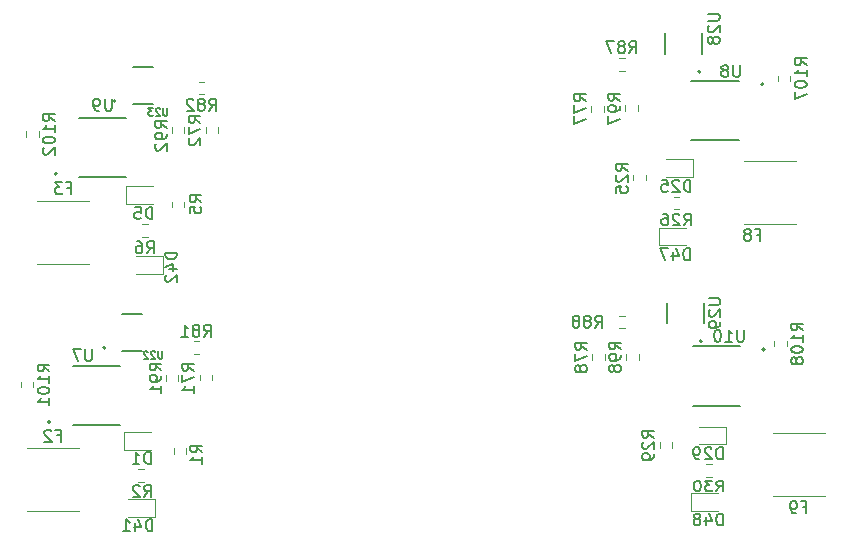
<source format=gbr>
%TF.GenerationSoftware,KiCad,Pcbnew,7.0.1-0*%
%TF.CreationDate,2023-10-23T10:38:47-07:00*%
%TF.ProjectId,MOSFET-board,4d4f5346-4554-42d6-926f-6172642e6b69,rev?*%
%TF.SameCoordinates,Original*%
%TF.FileFunction,Legend,Bot*%
%TF.FilePolarity,Positive*%
%FSLAX46Y46*%
G04 Gerber Fmt 4.6, Leading zero omitted, Abs format (unit mm)*
G04 Created by KiCad (PCBNEW 7.0.1-0) date 2023-10-23 10:38:47*
%MOMM*%
%LPD*%
G01*
G04 APERTURE LIST*
%ADD10C,0.150000*%
%ADD11C,0.127000*%
%ADD12C,0.120000*%
%ADD13C,0.200000*%
G04 APERTURE END LIST*
D10*
%TO.C,F8*%
X190513333Y-98483809D02*
X190846666Y-98483809D01*
X190846666Y-99007619D02*
X190846666Y-98007619D01*
X190846666Y-98007619D02*
X190370476Y-98007619D01*
X189846666Y-98436190D02*
X189941904Y-98388571D01*
X189941904Y-98388571D02*
X189989523Y-98340952D01*
X189989523Y-98340952D02*
X190037142Y-98245714D01*
X190037142Y-98245714D02*
X190037142Y-98198095D01*
X190037142Y-98198095D02*
X189989523Y-98102857D01*
X189989523Y-98102857D02*
X189941904Y-98055238D01*
X189941904Y-98055238D02*
X189846666Y-98007619D01*
X189846666Y-98007619D02*
X189656190Y-98007619D01*
X189656190Y-98007619D02*
X189560952Y-98055238D01*
X189560952Y-98055238D02*
X189513333Y-98102857D01*
X189513333Y-98102857D02*
X189465714Y-98198095D01*
X189465714Y-98198095D02*
X189465714Y-98245714D01*
X189465714Y-98245714D02*
X189513333Y-98340952D01*
X189513333Y-98340952D02*
X189560952Y-98388571D01*
X189560952Y-98388571D02*
X189656190Y-98436190D01*
X189656190Y-98436190D02*
X189846666Y-98436190D01*
X189846666Y-98436190D02*
X189941904Y-98483809D01*
X189941904Y-98483809D02*
X189989523Y-98531428D01*
X189989523Y-98531428D02*
X190037142Y-98626666D01*
X190037142Y-98626666D02*
X190037142Y-98817142D01*
X190037142Y-98817142D02*
X189989523Y-98912380D01*
X189989523Y-98912380D02*
X189941904Y-98960000D01*
X189941904Y-98960000D02*
X189846666Y-99007619D01*
X189846666Y-99007619D02*
X189656190Y-99007619D01*
X189656190Y-99007619D02*
X189560952Y-98960000D01*
X189560952Y-98960000D02*
X189513333Y-98912380D01*
X189513333Y-98912380D02*
X189465714Y-98817142D01*
X189465714Y-98817142D02*
X189465714Y-98626666D01*
X189465714Y-98626666D02*
X189513333Y-98531428D01*
X189513333Y-98531428D02*
X189560952Y-98483809D01*
X189560952Y-98483809D02*
X189656190Y-98436190D01*
%TO.C,R97*%
X178962619Y-87127142D02*
X178486428Y-86793809D01*
X178962619Y-86555714D02*
X177962619Y-86555714D01*
X177962619Y-86555714D02*
X177962619Y-86936666D01*
X177962619Y-86936666D02*
X178010238Y-87031904D01*
X178010238Y-87031904D02*
X178057857Y-87079523D01*
X178057857Y-87079523D02*
X178153095Y-87127142D01*
X178153095Y-87127142D02*
X178295952Y-87127142D01*
X178295952Y-87127142D02*
X178391190Y-87079523D01*
X178391190Y-87079523D02*
X178438809Y-87031904D01*
X178438809Y-87031904D02*
X178486428Y-86936666D01*
X178486428Y-86936666D02*
X178486428Y-86555714D01*
X178962619Y-87603333D02*
X178962619Y-87793809D01*
X178962619Y-87793809D02*
X178915000Y-87889047D01*
X178915000Y-87889047D02*
X178867380Y-87936666D01*
X178867380Y-87936666D02*
X178724523Y-88031904D01*
X178724523Y-88031904D02*
X178534047Y-88079523D01*
X178534047Y-88079523D02*
X178153095Y-88079523D01*
X178153095Y-88079523D02*
X178057857Y-88031904D01*
X178057857Y-88031904D02*
X178010238Y-87984285D01*
X178010238Y-87984285D02*
X177962619Y-87889047D01*
X177962619Y-87889047D02*
X177962619Y-87698571D01*
X177962619Y-87698571D02*
X178010238Y-87603333D01*
X178010238Y-87603333D02*
X178057857Y-87555714D01*
X178057857Y-87555714D02*
X178153095Y-87508095D01*
X178153095Y-87508095D02*
X178391190Y-87508095D01*
X178391190Y-87508095D02*
X178486428Y-87555714D01*
X178486428Y-87555714D02*
X178534047Y-87603333D01*
X178534047Y-87603333D02*
X178581666Y-87698571D01*
X178581666Y-87698571D02*
X178581666Y-87889047D01*
X178581666Y-87889047D02*
X178534047Y-87984285D01*
X178534047Y-87984285D02*
X178486428Y-88031904D01*
X178486428Y-88031904D02*
X178391190Y-88079523D01*
X177962619Y-88412857D02*
X177962619Y-89079523D01*
X177962619Y-89079523D02*
X178962619Y-88650952D01*
%TO.C,R26*%
X184372857Y-97687619D02*
X184706190Y-97211428D01*
X184944285Y-97687619D02*
X184944285Y-96687619D01*
X184944285Y-96687619D02*
X184563333Y-96687619D01*
X184563333Y-96687619D02*
X184468095Y-96735238D01*
X184468095Y-96735238D02*
X184420476Y-96782857D01*
X184420476Y-96782857D02*
X184372857Y-96878095D01*
X184372857Y-96878095D02*
X184372857Y-97020952D01*
X184372857Y-97020952D02*
X184420476Y-97116190D01*
X184420476Y-97116190D02*
X184468095Y-97163809D01*
X184468095Y-97163809D02*
X184563333Y-97211428D01*
X184563333Y-97211428D02*
X184944285Y-97211428D01*
X183991904Y-96782857D02*
X183944285Y-96735238D01*
X183944285Y-96735238D02*
X183849047Y-96687619D01*
X183849047Y-96687619D02*
X183610952Y-96687619D01*
X183610952Y-96687619D02*
X183515714Y-96735238D01*
X183515714Y-96735238D02*
X183468095Y-96782857D01*
X183468095Y-96782857D02*
X183420476Y-96878095D01*
X183420476Y-96878095D02*
X183420476Y-96973333D01*
X183420476Y-96973333D02*
X183468095Y-97116190D01*
X183468095Y-97116190D02*
X184039523Y-97687619D01*
X184039523Y-97687619D02*
X183420476Y-97687619D01*
X182563333Y-96687619D02*
X182753809Y-96687619D01*
X182753809Y-96687619D02*
X182849047Y-96735238D01*
X182849047Y-96735238D02*
X182896666Y-96782857D01*
X182896666Y-96782857D02*
X182991904Y-96925714D01*
X182991904Y-96925714D02*
X183039523Y-97116190D01*
X183039523Y-97116190D02*
X183039523Y-97497142D01*
X183039523Y-97497142D02*
X182991904Y-97592380D01*
X182991904Y-97592380D02*
X182944285Y-97640000D01*
X182944285Y-97640000D02*
X182849047Y-97687619D01*
X182849047Y-97687619D02*
X182658571Y-97687619D01*
X182658571Y-97687619D02*
X182563333Y-97640000D01*
X182563333Y-97640000D02*
X182515714Y-97592380D01*
X182515714Y-97592380D02*
X182468095Y-97497142D01*
X182468095Y-97497142D02*
X182468095Y-97259047D01*
X182468095Y-97259047D02*
X182515714Y-97163809D01*
X182515714Y-97163809D02*
X182563333Y-97116190D01*
X182563333Y-97116190D02*
X182658571Y-97068571D01*
X182658571Y-97068571D02*
X182849047Y-97068571D01*
X182849047Y-97068571D02*
X182944285Y-97116190D01*
X182944285Y-97116190D02*
X182991904Y-97163809D01*
X182991904Y-97163809D02*
X183039523Y-97259047D01*
%TO.C,D48*%
X187664285Y-123087619D02*
X187664285Y-122087619D01*
X187664285Y-122087619D02*
X187426190Y-122087619D01*
X187426190Y-122087619D02*
X187283333Y-122135238D01*
X187283333Y-122135238D02*
X187188095Y-122230476D01*
X187188095Y-122230476D02*
X187140476Y-122325714D01*
X187140476Y-122325714D02*
X187092857Y-122516190D01*
X187092857Y-122516190D02*
X187092857Y-122659047D01*
X187092857Y-122659047D02*
X187140476Y-122849523D01*
X187140476Y-122849523D02*
X187188095Y-122944761D01*
X187188095Y-122944761D02*
X187283333Y-123040000D01*
X187283333Y-123040000D02*
X187426190Y-123087619D01*
X187426190Y-123087619D02*
X187664285Y-123087619D01*
X186235714Y-122420952D02*
X186235714Y-123087619D01*
X186473809Y-122040000D02*
X186711904Y-122754285D01*
X186711904Y-122754285D02*
X186092857Y-122754285D01*
X185569047Y-122516190D02*
X185664285Y-122468571D01*
X185664285Y-122468571D02*
X185711904Y-122420952D01*
X185711904Y-122420952D02*
X185759523Y-122325714D01*
X185759523Y-122325714D02*
X185759523Y-122278095D01*
X185759523Y-122278095D02*
X185711904Y-122182857D01*
X185711904Y-122182857D02*
X185664285Y-122135238D01*
X185664285Y-122135238D02*
X185569047Y-122087619D01*
X185569047Y-122087619D02*
X185378571Y-122087619D01*
X185378571Y-122087619D02*
X185283333Y-122135238D01*
X185283333Y-122135238D02*
X185235714Y-122182857D01*
X185235714Y-122182857D02*
X185188095Y-122278095D01*
X185188095Y-122278095D02*
X185188095Y-122325714D01*
X185188095Y-122325714D02*
X185235714Y-122420952D01*
X185235714Y-122420952D02*
X185283333Y-122468571D01*
X185283333Y-122468571D02*
X185378571Y-122516190D01*
X185378571Y-122516190D02*
X185569047Y-122516190D01*
X185569047Y-122516190D02*
X185664285Y-122563809D01*
X185664285Y-122563809D02*
X185711904Y-122611428D01*
X185711904Y-122611428D02*
X185759523Y-122706666D01*
X185759523Y-122706666D02*
X185759523Y-122897142D01*
X185759523Y-122897142D02*
X185711904Y-122992380D01*
X185711904Y-122992380D02*
X185664285Y-123040000D01*
X185664285Y-123040000D02*
X185569047Y-123087619D01*
X185569047Y-123087619D02*
X185378571Y-123087619D01*
X185378571Y-123087619D02*
X185283333Y-123040000D01*
X185283333Y-123040000D02*
X185235714Y-122992380D01*
X185235714Y-122992380D02*
X185188095Y-122897142D01*
X185188095Y-122897142D02*
X185188095Y-122706666D01*
X185188095Y-122706666D02*
X185235714Y-122611428D01*
X185235714Y-122611428D02*
X185283333Y-122563809D01*
X185283333Y-122563809D02*
X185378571Y-122516190D01*
%TO.C,R107*%
X194747619Y-84125952D02*
X194271428Y-83792619D01*
X194747619Y-83554524D02*
X193747619Y-83554524D01*
X193747619Y-83554524D02*
X193747619Y-83935476D01*
X193747619Y-83935476D02*
X193795238Y-84030714D01*
X193795238Y-84030714D02*
X193842857Y-84078333D01*
X193842857Y-84078333D02*
X193938095Y-84125952D01*
X193938095Y-84125952D02*
X194080952Y-84125952D01*
X194080952Y-84125952D02*
X194176190Y-84078333D01*
X194176190Y-84078333D02*
X194223809Y-84030714D01*
X194223809Y-84030714D02*
X194271428Y-83935476D01*
X194271428Y-83935476D02*
X194271428Y-83554524D01*
X194747619Y-85078333D02*
X194747619Y-84506905D01*
X194747619Y-84792619D02*
X193747619Y-84792619D01*
X193747619Y-84792619D02*
X193890476Y-84697381D01*
X193890476Y-84697381D02*
X193985714Y-84602143D01*
X193985714Y-84602143D02*
X194033333Y-84506905D01*
X193747619Y-85697381D02*
X193747619Y-85792619D01*
X193747619Y-85792619D02*
X193795238Y-85887857D01*
X193795238Y-85887857D02*
X193842857Y-85935476D01*
X193842857Y-85935476D02*
X193938095Y-85983095D01*
X193938095Y-85983095D02*
X194128571Y-86030714D01*
X194128571Y-86030714D02*
X194366666Y-86030714D01*
X194366666Y-86030714D02*
X194557142Y-85983095D01*
X194557142Y-85983095D02*
X194652380Y-85935476D01*
X194652380Y-85935476D02*
X194700000Y-85887857D01*
X194700000Y-85887857D02*
X194747619Y-85792619D01*
X194747619Y-85792619D02*
X194747619Y-85697381D01*
X194747619Y-85697381D02*
X194700000Y-85602143D01*
X194700000Y-85602143D02*
X194652380Y-85554524D01*
X194652380Y-85554524D02*
X194557142Y-85506905D01*
X194557142Y-85506905D02*
X194366666Y-85459286D01*
X194366666Y-85459286D02*
X194128571Y-85459286D01*
X194128571Y-85459286D02*
X193938095Y-85506905D01*
X193938095Y-85506905D02*
X193842857Y-85554524D01*
X193842857Y-85554524D02*
X193795238Y-85602143D01*
X193795238Y-85602143D02*
X193747619Y-85697381D01*
X193747619Y-86364048D02*
X193747619Y-87030714D01*
X193747619Y-87030714D02*
X194747619Y-86602143D01*
%TO.C,F9*%
X194408333Y-121543809D02*
X194741666Y-121543809D01*
X194741666Y-122067619D02*
X194741666Y-121067619D01*
X194741666Y-121067619D02*
X194265476Y-121067619D01*
X193836904Y-122067619D02*
X193646428Y-122067619D01*
X193646428Y-122067619D02*
X193551190Y-122020000D01*
X193551190Y-122020000D02*
X193503571Y-121972380D01*
X193503571Y-121972380D02*
X193408333Y-121829523D01*
X193408333Y-121829523D02*
X193360714Y-121639047D01*
X193360714Y-121639047D02*
X193360714Y-121258095D01*
X193360714Y-121258095D02*
X193408333Y-121162857D01*
X193408333Y-121162857D02*
X193455952Y-121115238D01*
X193455952Y-121115238D02*
X193551190Y-121067619D01*
X193551190Y-121067619D02*
X193741666Y-121067619D01*
X193741666Y-121067619D02*
X193836904Y-121115238D01*
X193836904Y-121115238D02*
X193884523Y-121162857D01*
X193884523Y-121162857D02*
X193932142Y-121258095D01*
X193932142Y-121258095D02*
X193932142Y-121496190D01*
X193932142Y-121496190D02*
X193884523Y-121591428D01*
X193884523Y-121591428D02*
X193836904Y-121639047D01*
X193836904Y-121639047D02*
X193741666Y-121686666D01*
X193741666Y-121686666D02*
X193551190Y-121686666D01*
X193551190Y-121686666D02*
X193455952Y-121639047D01*
X193455952Y-121639047D02*
X193408333Y-121591428D01*
X193408333Y-121591428D02*
X193360714Y-121496190D01*
%TO.C,R78*%
X176157619Y-108207142D02*
X175681428Y-107873809D01*
X176157619Y-107635714D02*
X175157619Y-107635714D01*
X175157619Y-107635714D02*
X175157619Y-108016666D01*
X175157619Y-108016666D02*
X175205238Y-108111904D01*
X175205238Y-108111904D02*
X175252857Y-108159523D01*
X175252857Y-108159523D02*
X175348095Y-108207142D01*
X175348095Y-108207142D02*
X175490952Y-108207142D01*
X175490952Y-108207142D02*
X175586190Y-108159523D01*
X175586190Y-108159523D02*
X175633809Y-108111904D01*
X175633809Y-108111904D02*
X175681428Y-108016666D01*
X175681428Y-108016666D02*
X175681428Y-107635714D01*
X175157619Y-108540476D02*
X175157619Y-109207142D01*
X175157619Y-109207142D02*
X176157619Y-108778571D01*
X175586190Y-109730952D02*
X175538571Y-109635714D01*
X175538571Y-109635714D02*
X175490952Y-109588095D01*
X175490952Y-109588095D02*
X175395714Y-109540476D01*
X175395714Y-109540476D02*
X175348095Y-109540476D01*
X175348095Y-109540476D02*
X175252857Y-109588095D01*
X175252857Y-109588095D02*
X175205238Y-109635714D01*
X175205238Y-109635714D02*
X175157619Y-109730952D01*
X175157619Y-109730952D02*
X175157619Y-109921428D01*
X175157619Y-109921428D02*
X175205238Y-110016666D01*
X175205238Y-110016666D02*
X175252857Y-110064285D01*
X175252857Y-110064285D02*
X175348095Y-110111904D01*
X175348095Y-110111904D02*
X175395714Y-110111904D01*
X175395714Y-110111904D02*
X175490952Y-110064285D01*
X175490952Y-110064285D02*
X175538571Y-110016666D01*
X175538571Y-110016666D02*
X175586190Y-109921428D01*
X175586190Y-109921428D02*
X175586190Y-109730952D01*
X175586190Y-109730952D02*
X175633809Y-109635714D01*
X175633809Y-109635714D02*
X175681428Y-109588095D01*
X175681428Y-109588095D02*
X175776666Y-109540476D01*
X175776666Y-109540476D02*
X175967142Y-109540476D01*
X175967142Y-109540476D02*
X176062380Y-109588095D01*
X176062380Y-109588095D02*
X176110000Y-109635714D01*
X176110000Y-109635714D02*
X176157619Y-109730952D01*
X176157619Y-109730952D02*
X176157619Y-109921428D01*
X176157619Y-109921428D02*
X176110000Y-110016666D01*
X176110000Y-110016666D02*
X176062380Y-110064285D01*
X176062380Y-110064285D02*
X175967142Y-110111904D01*
X175967142Y-110111904D02*
X175776666Y-110111904D01*
X175776666Y-110111904D02*
X175681428Y-110064285D01*
X175681428Y-110064285D02*
X175633809Y-110016666D01*
X175633809Y-110016666D02*
X175586190Y-109921428D01*
%TO.C,R1*%
X143587619Y-116908333D02*
X143111428Y-116575000D01*
X143587619Y-116336905D02*
X142587619Y-116336905D01*
X142587619Y-116336905D02*
X142587619Y-116717857D01*
X142587619Y-116717857D02*
X142635238Y-116813095D01*
X142635238Y-116813095D02*
X142682857Y-116860714D01*
X142682857Y-116860714D02*
X142778095Y-116908333D01*
X142778095Y-116908333D02*
X142920952Y-116908333D01*
X142920952Y-116908333D02*
X143016190Y-116860714D01*
X143016190Y-116860714D02*
X143063809Y-116813095D01*
X143063809Y-116813095D02*
X143111428Y-116717857D01*
X143111428Y-116717857D02*
X143111428Y-116336905D01*
X143587619Y-117860714D02*
X143587619Y-117289286D01*
X143587619Y-117575000D02*
X142587619Y-117575000D01*
X142587619Y-117575000D02*
X142730476Y-117479762D01*
X142730476Y-117479762D02*
X142825714Y-117384524D01*
X142825714Y-117384524D02*
X142873333Y-117289286D01*
%TO.C,R71*%
X142887619Y-109982142D02*
X142411428Y-109648809D01*
X142887619Y-109410714D02*
X141887619Y-109410714D01*
X141887619Y-109410714D02*
X141887619Y-109791666D01*
X141887619Y-109791666D02*
X141935238Y-109886904D01*
X141935238Y-109886904D02*
X141982857Y-109934523D01*
X141982857Y-109934523D02*
X142078095Y-109982142D01*
X142078095Y-109982142D02*
X142220952Y-109982142D01*
X142220952Y-109982142D02*
X142316190Y-109934523D01*
X142316190Y-109934523D02*
X142363809Y-109886904D01*
X142363809Y-109886904D02*
X142411428Y-109791666D01*
X142411428Y-109791666D02*
X142411428Y-109410714D01*
X141887619Y-110315476D02*
X141887619Y-110982142D01*
X141887619Y-110982142D02*
X142887619Y-110553571D01*
X142887619Y-111886904D02*
X142887619Y-111315476D01*
X142887619Y-111601190D02*
X141887619Y-111601190D01*
X141887619Y-111601190D02*
X142030476Y-111505952D01*
X142030476Y-111505952D02*
X142125714Y-111410714D01*
X142125714Y-111410714D02*
X142173333Y-111315476D01*
%TO.C,D25*%
X184919285Y-94832619D02*
X184919285Y-93832619D01*
X184919285Y-93832619D02*
X184681190Y-93832619D01*
X184681190Y-93832619D02*
X184538333Y-93880238D01*
X184538333Y-93880238D02*
X184443095Y-93975476D01*
X184443095Y-93975476D02*
X184395476Y-94070714D01*
X184395476Y-94070714D02*
X184347857Y-94261190D01*
X184347857Y-94261190D02*
X184347857Y-94404047D01*
X184347857Y-94404047D02*
X184395476Y-94594523D01*
X184395476Y-94594523D02*
X184443095Y-94689761D01*
X184443095Y-94689761D02*
X184538333Y-94785000D01*
X184538333Y-94785000D02*
X184681190Y-94832619D01*
X184681190Y-94832619D02*
X184919285Y-94832619D01*
X183966904Y-93927857D02*
X183919285Y-93880238D01*
X183919285Y-93880238D02*
X183824047Y-93832619D01*
X183824047Y-93832619D02*
X183585952Y-93832619D01*
X183585952Y-93832619D02*
X183490714Y-93880238D01*
X183490714Y-93880238D02*
X183443095Y-93927857D01*
X183443095Y-93927857D02*
X183395476Y-94023095D01*
X183395476Y-94023095D02*
X183395476Y-94118333D01*
X183395476Y-94118333D02*
X183443095Y-94261190D01*
X183443095Y-94261190D02*
X184014523Y-94832619D01*
X184014523Y-94832619D02*
X183395476Y-94832619D01*
X182490714Y-93832619D02*
X182966904Y-93832619D01*
X182966904Y-93832619D02*
X183014523Y-94308809D01*
X183014523Y-94308809D02*
X182966904Y-94261190D01*
X182966904Y-94261190D02*
X182871666Y-94213571D01*
X182871666Y-94213571D02*
X182633571Y-94213571D01*
X182633571Y-94213571D02*
X182538333Y-94261190D01*
X182538333Y-94261190D02*
X182490714Y-94308809D01*
X182490714Y-94308809D02*
X182443095Y-94404047D01*
X182443095Y-94404047D02*
X182443095Y-94642142D01*
X182443095Y-94642142D02*
X182490714Y-94737380D01*
X182490714Y-94737380D02*
X182538333Y-94785000D01*
X182538333Y-94785000D02*
X182633571Y-94832619D01*
X182633571Y-94832619D02*
X182871666Y-94832619D01*
X182871666Y-94832619D02*
X182966904Y-94785000D01*
X182966904Y-94785000D02*
X183014523Y-94737380D01*
%TO.C,U29*%
X186452619Y-103844405D02*
X187262142Y-103844405D01*
X187262142Y-103844405D02*
X187357380Y-103892024D01*
X187357380Y-103892024D02*
X187405000Y-103939643D01*
X187405000Y-103939643D02*
X187452619Y-104034881D01*
X187452619Y-104034881D02*
X187452619Y-104225357D01*
X187452619Y-104225357D02*
X187405000Y-104320595D01*
X187405000Y-104320595D02*
X187357380Y-104368214D01*
X187357380Y-104368214D02*
X187262142Y-104415833D01*
X187262142Y-104415833D02*
X186452619Y-104415833D01*
X186547857Y-104844405D02*
X186500238Y-104892024D01*
X186500238Y-104892024D02*
X186452619Y-104987262D01*
X186452619Y-104987262D02*
X186452619Y-105225357D01*
X186452619Y-105225357D02*
X186500238Y-105320595D01*
X186500238Y-105320595D02*
X186547857Y-105368214D01*
X186547857Y-105368214D02*
X186643095Y-105415833D01*
X186643095Y-105415833D02*
X186738333Y-105415833D01*
X186738333Y-105415833D02*
X186881190Y-105368214D01*
X186881190Y-105368214D02*
X187452619Y-104796786D01*
X187452619Y-104796786D02*
X187452619Y-105415833D01*
X187452619Y-105892024D02*
X187452619Y-106082500D01*
X187452619Y-106082500D02*
X187405000Y-106177738D01*
X187405000Y-106177738D02*
X187357380Y-106225357D01*
X187357380Y-106225357D02*
X187214523Y-106320595D01*
X187214523Y-106320595D02*
X187024047Y-106368214D01*
X187024047Y-106368214D02*
X186643095Y-106368214D01*
X186643095Y-106368214D02*
X186547857Y-106320595D01*
X186547857Y-106320595D02*
X186500238Y-106272976D01*
X186500238Y-106272976D02*
X186452619Y-106177738D01*
X186452619Y-106177738D02*
X186452619Y-105987262D01*
X186452619Y-105987262D02*
X186500238Y-105892024D01*
X186500238Y-105892024D02*
X186547857Y-105844405D01*
X186547857Y-105844405D02*
X186643095Y-105796786D01*
X186643095Y-105796786D02*
X186881190Y-105796786D01*
X186881190Y-105796786D02*
X186976428Y-105844405D01*
X186976428Y-105844405D02*
X187024047Y-105892024D01*
X187024047Y-105892024D02*
X187071666Y-105987262D01*
X187071666Y-105987262D02*
X187071666Y-106177738D01*
X187071666Y-106177738D02*
X187024047Y-106272976D01*
X187024047Y-106272976D02*
X186976428Y-106320595D01*
X186976428Y-106320595D02*
X186881190Y-106368214D01*
%TO.C,U7*%
X134241904Y-108172619D02*
X134241904Y-108982142D01*
X134241904Y-108982142D02*
X134194285Y-109077380D01*
X134194285Y-109077380D02*
X134146666Y-109125000D01*
X134146666Y-109125000D02*
X134051428Y-109172619D01*
X134051428Y-109172619D02*
X133860952Y-109172619D01*
X133860952Y-109172619D02*
X133765714Y-109125000D01*
X133765714Y-109125000D02*
X133718095Y-109077380D01*
X133718095Y-109077380D02*
X133670476Y-108982142D01*
X133670476Y-108982142D02*
X133670476Y-108172619D01*
X133289523Y-108172619D02*
X132622857Y-108172619D01*
X132622857Y-108172619D02*
X133051428Y-109172619D01*
%TO.C,F2*%
X131274404Y-115472808D02*
X131607737Y-115472808D01*
X131607737Y-115996618D02*
X131607737Y-114996618D01*
X131607737Y-114996618D02*
X131131547Y-114996618D01*
X130798213Y-115091856D02*
X130750594Y-115044237D01*
X130750594Y-115044237D02*
X130655356Y-114996618D01*
X130655356Y-114996618D02*
X130417261Y-114996618D01*
X130417261Y-114996618D02*
X130322023Y-115044237D01*
X130322023Y-115044237D02*
X130274404Y-115091856D01*
X130274404Y-115091856D02*
X130226785Y-115187094D01*
X130226785Y-115187094D02*
X130226785Y-115282332D01*
X130226785Y-115282332D02*
X130274404Y-115425189D01*
X130274404Y-115425189D02*
X130845832Y-115996618D01*
X130845832Y-115996618D02*
X130226785Y-115996618D01*
%TO.C,D47*%
X184864285Y-100637619D02*
X184864285Y-99637619D01*
X184864285Y-99637619D02*
X184626190Y-99637619D01*
X184626190Y-99637619D02*
X184483333Y-99685238D01*
X184483333Y-99685238D02*
X184388095Y-99780476D01*
X184388095Y-99780476D02*
X184340476Y-99875714D01*
X184340476Y-99875714D02*
X184292857Y-100066190D01*
X184292857Y-100066190D02*
X184292857Y-100209047D01*
X184292857Y-100209047D02*
X184340476Y-100399523D01*
X184340476Y-100399523D02*
X184388095Y-100494761D01*
X184388095Y-100494761D02*
X184483333Y-100590000D01*
X184483333Y-100590000D02*
X184626190Y-100637619D01*
X184626190Y-100637619D02*
X184864285Y-100637619D01*
X183435714Y-99970952D02*
X183435714Y-100637619D01*
X183673809Y-99590000D02*
X183911904Y-100304285D01*
X183911904Y-100304285D02*
X183292857Y-100304285D01*
X183007142Y-99637619D02*
X182340476Y-99637619D01*
X182340476Y-99637619D02*
X182769047Y-100637619D01*
%TO.C,R77*%
X176087619Y-87177142D02*
X175611428Y-86843809D01*
X176087619Y-86605714D02*
X175087619Y-86605714D01*
X175087619Y-86605714D02*
X175087619Y-86986666D01*
X175087619Y-86986666D02*
X175135238Y-87081904D01*
X175135238Y-87081904D02*
X175182857Y-87129523D01*
X175182857Y-87129523D02*
X175278095Y-87177142D01*
X175278095Y-87177142D02*
X175420952Y-87177142D01*
X175420952Y-87177142D02*
X175516190Y-87129523D01*
X175516190Y-87129523D02*
X175563809Y-87081904D01*
X175563809Y-87081904D02*
X175611428Y-86986666D01*
X175611428Y-86986666D02*
X175611428Y-86605714D01*
X175087619Y-87510476D02*
X175087619Y-88177142D01*
X175087619Y-88177142D02*
X176087619Y-87748571D01*
X175087619Y-88462857D02*
X175087619Y-89129523D01*
X175087619Y-89129523D02*
X176087619Y-88700952D01*
%TO.C,R5*%
X143517369Y-95719333D02*
X143041178Y-95386000D01*
X143517369Y-95147905D02*
X142517369Y-95147905D01*
X142517369Y-95147905D02*
X142517369Y-95528857D01*
X142517369Y-95528857D02*
X142564988Y-95624095D01*
X142564988Y-95624095D02*
X142612607Y-95671714D01*
X142612607Y-95671714D02*
X142707845Y-95719333D01*
X142707845Y-95719333D02*
X142850702Y-95719333D01*
X142850702Y-95719333D02*
X142945940Y-95671714D01*
X142945940Y-95671714D02*
X142993559Y-95624095D01*
X142993559Y-95624095D02*
X143041178Y-95528857D01*
X143041178Y-95528857D02*
X143041178Y-95147905D01*
X142517369Y-96624095D02*
X142517369Y-96147905D01*
X142517369Y-96147905D02*
X142993559Y-96100286D01*
X142993559Y-96100286D02*
X142945940Y-96147905D01*
X142945940Y-96147905D02*
X142898321Y-96243143D01*
X142898321Y-96243143D02*
X142898321Y-96481238D01*
X142898321Y-96481238D02*
X142945940Y-96576476D01*
X142945940Y-96576476D02*
X142993559Y-96624095D01*
X142993559Y-96624095D02*
X143088797Y-96671714D01*
X143088797Y-96671714D02*
X143326892Y-96671714D01*
X143326892Y-96671714D02*
X143422130Y-96624095D01*
X143422130Y-96624095D02*
X143469750Y-96576476D01*
X143469750Y-96576476D02*
X143517369Y-96481238D01*
X143517369Y-96481238D02*
X143517369Y-96243143D01*
X143517369Y-96243143D02*
X143469750Y-96147905D01*
X143469750Y-96147905D02*
X143422130Y-96100286D01*
%TO.C,R88*%
X176842857Y-106337619D02*
X177176190Y-105861428D01*
X177414285Y-106337619D02*
X177414285Y-105337619D01*
X177414285Y-105337619D02*
X177033333Y-105337619D01*
X177033333Y-105337619D02*
X176938095Y-105385238D01*
X176938095Y-105385238D02*
X176890476Y-105432857D01*
X176890476Y-105432857D02*
X176842857Y-105528095D01*
X176842857Y-105528095D02*
X176842857Y-105670952D01*
X176842857Y-105670952D02*
X176890476Y-105766190D01*
X176890476Y-105766190D02*
X176938095Y-105813809D01*
X176938095Y-105813809D02*
X177033333Y-105861428D01*
X177033333Y-105861428D02*
X177414285Y-105861428D01*
X176271428Y-105766190D02*
X176366666Y-105718571D01*
X176366666Y-105718571D02*
X176414285Y-105670952D01*
X176414285Y-105670952D02*
X176461904Y-105575714D01*
X176461904Y-105575714D02*
X176461904Y-105528095D01*
X176461904Y-105528095D02*
X176414285Y-105432857D01*
X176414285Y-105432857D02*
X176366666Y-105385238D01*
X176366666Y-105385238D02*
X176271428Y-105337619D01*
X176271428Y-105337619D02*
X176080952Y-105337619D01*
X176080952Y-105337619D02*
X175985714Y-105385238D01*
X175985714Y-105385238D02*
X175938095Y-105432857D01*
X175938095Y-105432857D02*
X175890476Y-105528095D01*
X175890476Y-105528095D02*
X175890476Y-105575714D01*
X175890476Y-105575714D02*
X175938095Y-105670952D01*
X175938095Y-105670952D02*
X175985714Y-105718571D01*
X175985714Y-105718571D02*
X176080952Y-105766190D01*
X176080952Y-105766190D02*
X176271428Y-105766190D01*
X176271428Y-105766190D02*
X176366666Y-105813809D01*
X176366666Y-105813809D02*
X176414285Y-105861428D01*
X176414285Y-105861428D02*
X176461904Y-105956666D01*
X176461904Y-105956666D02*
X176461904Y-106147142D01*
X176461904Y-106147142D02*
X176414285Y-106242380D01*
X176414285Y-106242380D02*
X176366666Y-106290000D01*
X176366666Y-106290000D02*
X176271428Y-106337619D01*
X176271428Y-106337619D02*
X176080952Y-106337619D01*
X176080952Y-106337619D02*
X175985714Y-106290000D01*
X175985714Y-106290000D02*
X175938095Y-106242380D01*
X175938095Y-106242380D02*
X175890476Y-106147142D01*
X175890476Y-106147142D02*
X175890476Y-105956666D01*
X175890476Y-105956666D02*
X175938095Y-105861428D01*
X175938095Y-105861428D02*
X175985714Y-105813809D01*
X175985714Y-105813809D02*
X176080952Y-105766190D01*
X175319047Y-105766190D02*
X175414285Y-105718571D01*
X175414285Y-105718571D02*
X175461904Y-105670952D01*
X175461904Y-105670952D02*
X175509523Y-105575714D01*
X175509523Y-105575714D02*
X175509523Y-105528095D01*
X175509523Y-105528095D02*
X175461904Y-105432857D01*
X175461904Y-105432857D02*
X175414285Y-105385238D01*
X175414285Y-105385238D02*
X175319047Y-105337619D01*
X175319047Y-105337619D02*
X175128571Y-105337619D01*
X175128571Y-105337619D02*
X175033333Y-105385238D01*
X175033333Y-105385238D02*
X174985714Y-105432857D01*
X174985714Y-105432857D02*
X174938095Y-105528095D01*
X174938095Y-105528095D02*
X174938095Y-105575714D01*
X174938095Y-105575714D02*
X174985714Y-105670952D01*
X174985714Y-105670952D02*
X175033333Y-105718571D01*
X175033333Y-105718571D02*
X175128571Y-105766190D01*
X175128571Y-105766190D02*
X175319047Y-105766190D01*
X175319047Y-105766190D02*
X175414285Y-105813809D01*
X175414285Y-105813809D02*
X175461904Y-105861428D01*
X175461904Y-105861428D02*
X175509523Y-105956666D01*
X175509523Y-105956666D02*
X175509523Y-106147142D01*
X175509523Y-106147142D02*
X175461904Y-106242380D01*
X175461904Y-106242380D02*
X175414285Y-106290000D01*
X175414285Y-106290000D02*
X175319047Y-106337619D01*
X175319047Y-106337619D02*
X175128571Y-106337619D01*
X175128571Y-106337619D02*
X175033333Y-106290000D01*
X175033333Y-106290000D02*
X174985714Y-106242380D01*
X174985714Y-106242380D02*
X174938095Y-106147142D01*
X174938095Y-106147142D02*
X174938095Y-105956666D01*
X174938095Y-105956666D02*
X174985714Y-105861428D01*
X174985714Y-105861428D02*
X175033333Y-105813809D01*
X175033333Y-105813809D02*
X175128571Y-105766190D01*
%TO.C,D5*%
X139367844Y-97148619D02*
X139367844Y-96148619D01*
X139367844Y-96148619D02*
X139129749Y-96148619D01*
X139129749Y-96148619D02*
X138986892Y-96196238D01*
X138986892Y-96196238D02*
X138891654Y-96291476D01*
X138891654Y-96291476D02*
X138844035Y-96386714D01*
X138844035Y-96386714D02*
X138796416Y-96577190D01*
X138796416Y-96577190D02*
X138796416Y-96720047D01*
X138796416Y-96720047D02*
X138844035Y-96910523D01*
X138844035Y-96910523D02*
X138891654Y-97005761D01*
X138891654Y-97005761D02*
X138986892Y-97101000D01*
X138986892Y-97101000D02*
X139129749Y-97148619D01*
X139129749Y-97148619D02*
X139367844Y-97148619D01*
X137891654Y-96148619D02*
X138367844Y-96148619D01*
X138367844Y-96148619D02*
X138415463Y-96624809D01*
X138415463Y-96624809D02*
X138367844Y-96577190D01*
X138367844Y-96577190D02*
X138272606Y-96529571D01*
X138272606Y-96529571D02*
X138034511Y-96529571D01*
X138034511Y-96529571D02*
X137939273Y-96577190D01*
X137939273Y-96577190D02*
X137891654Y-96624809D01*
X137891654Y-96624809D02*
X137844035Y-96720047D01*
X137844035Y-96720047D02*
X137844035Y-96958142D01*
X137844035Y-96958142D02*
X137891654Y-97053380D01*
X137891654Y-97053380D02*
X137939273Y-97101000D01*
X137939273Y-97101000D02*
X138034511Y-97148619D01*
X138034511Y-97148619D02*
X138272606Y-97148619D01*
X138272606Y-97148619D02*
X138367844Y-97101000D01*
X138367844Y-97101000D02*
X138415463Y-97053380D01*
%TO.C,R102*%
X131097369Y-88841952D02*
X130621178Y-88508619D01*
X131097369Y-88270524D02*
X130097369Y-88270524D01*
X130097369Y-88270524D02*
X130097369Y-88651476D01*
X130097369Y-88651476D02*
X130144988Y-88746714D01*
X130144988Y-88746714D02*
X130192607Y-88794333D01*
X130192607Y-88794333D02*
X130287845Y-88841952D01*
X130287845Y-88841952D02*
X130430702Y-88841952D01*
X130430702Y-88841952D02*
X130525940Y-88794333D01*
X130525940Y-88794333D02*
X130573559Y-88746714D01*
X130573559Y-88746714D02*
X130621178Y-88651476D01*
X130621178Y-88651476D02*
X130621178Y-88270524D01*
X131097369Y-89794333D02*
X131097369Y-89222905D01*
X131097369Y-89508619D02*
X130097369Y-89508619D01*
X130097369Y-89508619D02*
X130240226Y-89413381D01*
X130240226Y-89413381D02*
X130335464Y-89318143D01*
X130335464Y-89318143D02*
X130383083Y-89222905D01*
X130097369Y-90413381D02*
X130097369Y-90508619D01*
X130097369Y-90508619D02*
X130144988Y-90603857D01*
X130144988Y-90603857D02*
X130192607Y-90651476D01*
X130192607Y-90651476D02*
X130287845Y-90699095D01*
X130287845Y-90699095D02*
X130478321Y-90746714D01*
X130478321Y-90746714D02*
X130716416Y-90746714D01*
X130716416Y-90746714D02*
X130906892Y-90699095D01*
X130906892Y-90699095D02*
X131002130Y-90651476D01*
X131002130Y-90651476D02*
X131049750Y-90603857D01*
X131049750Y-90603857D02*
X131097369Y-90508619D01*
X131097369Y-90508619D02*
X131097369Y-90413381D01*
X131097369Y-90413381D02*
X131049750Y-90318143D01*
X131049750Y-90318143D02*
X131002130Y-90270524D01*
X131002130Y-90270524D02*
X130906892Y-90222905D01*
X130906892Y-90222905D02*
X130716416Y-90175286D01*
X130716416Y-90175286D02*
X130478321Y-90175286D01*
X130478321Y-90175286D02*
X130287845Y-90222905D01*
X130287845Y-90222905D02*
X130192607Y-90270524D01*
X130192607Y-90270524D02*
X130144988Y-90318143D01*
X130144988Y-90318143D02*
X130097369Y-90413381D01*
X130192607Y-91127667D02*
X130144988Y-91175286D01*
X130144988Y-91175286D02*
X130097369Y-91270524D01*
X130097369Y-91270524D02*
X130097369Y-91508619D01*
X130097369Y-91508619D02*
X130144988Y-91603857D01*
X130144988Y-91603857D02*
X130192607Y-91651476D01*
X130192607Y-91651476D02*
X130287845Y-91699095D01*
X130287845Y-91699095D02*
X130383083Y-91699095D01*
X130383083Y-91699095D02*
X130525940Y-91651476D01*
X130525940Y-91651476D02*
X131097369Y-91080048D01*
X131097369Y-91080048D02*
X131097369Y-91699095D01*
%TO.C,R2*%
X138670237Y-120687619D02*
X139003570Y-120211428D01*
X139241665Y-120687619D02*
X139241665Y-119687619D01*
X139241665Y-119687619D02*
X138860713Y-119687619D01*
X138860713Y-119687619D02*
X138765475Y-119735238D01*
X138765475Y-119735238D02*
X138717856Y-119782857D01*
X138717856Y-119782857D02*
X138670237Y-119878095D01*
X138670237Y-119878095D02*
X138670237Y-120020952D01*
X138670237Y-120020952D02*
X138717856Y-120116190D01*
X138717856Y-120116190D02*
X138765475Y-120163809D01*
X138765475Y-120163809D02*
X138860713Y-120211428D01*
X138860713Y-120211428D02*
X139241665Y-120211428D01*
X138289284Y-119782857D02*
X138241665Y-119735238D01*
X138241665Y-119735238D02*
X138146427Y-119687619D01*
X138146427Y-119687619D02*
X137908332Y-119687619D01*
X137908332Y-119687619D02*
X137813094Y-119735238D01*
X137813094Y-119735238D02*
X137765475Y-119782857D01*
X137765475Y-119782857D02*
X137717856Y-119878095D01*
X137717856Y-119878095D02*
X137717856Y-119973333D01*
X137717856Y-119973333D02*
X137765475Y-120116190D01*
X137765475Y-120116190D02*
X138336903Y-120687619D01*
X138336903Y-120687619D02*
X137717856Y-120687619D01*
%TO.C,R30*%
X187117857Y-120211269D02*
X187451190Y-119787936D01*
X187689285Y-120211269D02*
X187689285Y-119322269D01*
X187689285Y-119322269D02*
X187308333Y-119322269D01*
X187308333Y-119322269D02*
X187213095Y-119364602D01*
X187213095Y-119364602D02*
X187165476Y-119406936D01*
X187165476Y-119406936D02*
X187117857Y-119491602D01*
X187117857Y-119491602D02*
X187117857Y-119618602D01*
X187117857Y-119618602D02*
X187165476Y-119703269D01*
X187165476Y-119703269D02*
X187213095Y-119745602D01*
X187213095Y-119745602D02*
X187308333Y-119787936D01*
X187308333Y-119787936D02*
X187689285Y-119787936D01*
X186784523Y-119322269D02*
X186165476Y-119322269D01*
X186165476Y-119322269D02*
X186498809Y-119660936D01*
X186498809Y-119660936D02*
X186355952Y-119660936D01*
X186355952Y-119660936D02*
X186260714Y-119703269D01*
X186260714Y-119703269D02*
X186213095Y-119745602D01*
X186213095Y-119745602D02*
X186165476Y-119830269D01*
X186165476Y-119830269D02*
X186165476Y-120041936D01*
X186165476Y-120041936D02*
X186213095Y-120126602D01*
X186213095Y-120126602D02*
X186260714Y-120168936D01*
X186260714Y-120168936D02*
X186355952Y-120211269D01*
X186355952Y-120211269D02*
X186641666Y-120211269D01*
X186641666Y-120211269D02*
X186736904Y-120168936D01*
X186736904Y-120168936D02*
X186784523Y-120126602D01*
X185546428Y-119322269D02*
X185451190Y-119322269D01*
X185451190Y-119322269D02*
X185355952Y-119364602D01*
X185355952Y-119364602D02*
X185308333Y-119406936D01*
X185308333Y-119406936D02*
X185260714Y-119491602D01*
X185260714Y-119491602D02*
X185213095Y-119660936D01*
X185213095Y-119660936D02*
X185213095Y-119872602D01*
X185213095Y-119872602D02*
X185260714Y-120041936D01*
X185260714Y-120041936D02*
X185308333Y-120126602D01*
X185308333Y-120126602D02*
X185355952Y-120168936D01*
X185355952Y-120168936D02*
X185451190Y-120211269D01*
X185451190Y-120211269D02*
X185546428Y-120211269D01*
X185546428Y-120211269D02*
X185641666Y-120168936D01*
X185641666Y-120168936D02*
X185689285Y-120126602D01*
X185689285Y-120126602D02*
X185736904Y-120041936D01*
X185736904Y-120041936D02*
X185784523Y-119872602D01*
X185784523Y-119872602D02*
X185784523Y-119660936D01*
X185784523Y-119660936D02*
X185736904Y-119491602D01*
X185736904Y-119491602D02*
X185689285Y-119406936D01*
X185689285Y-119406936D02*
X185641666Y-119364602D01*
X185641666Y-119364602D02*
X185546428Y-119322269D01*
%TO.C,R91*%
X140121519Y-109957142D02*
X139661900Y-109623809D01*
X140121519Y-109385714D02*
X139156319Y-109385714D01*
X139156319Y-109385714D02*
X139156319Y-109766666D01*
X139156319Y-109766666D02*
X139202281Y-109861904D01*
X139202281Y-109861904D02*
X139248243Y-109909523D01*
X139248243Y-109909523D02*
X139340167Y-109957142D01*
X139340167Y-109957142D02*
X139478053Y-109957142D01*
X139478053Y-109957142D02*
X139569977Y-109909523D01*
X139569977Y-109909523D02*
X139615938Y-109861904D01*
X139615938Y-109861904D02*
X139661900Y-109766666D01*
X139661900Y-109766666D02*
X139661900Y-109385714D01*
X140121519Y-110433333D02*
X140121519Y-110623809D01*
X140121519Y-110623809D02*
X140075558Y-110719047D01*
X140075558Y-110719047D02*
X140029596Y-110766666D01*
X140029596Y-110766666D02*
X139891710Y-110861904D01*
X139891710Y-110861904D02*
X139707862Y-110909523D01*
X139707862Y-110909523D02*
X139340167Y-110909523D01*
X139340167Y-110909523D02*
X139248243Y-110861904D01*
X139248243Y-110861904D02*
X139202281Y-110814285D01*
X139202281Y-110814285D02*
X139156319Y-110719047D01*
X139156319Y-110719047D02*
X139156319Y-110528571D01*
X139156319Y-110528571D02*
X139202281Y-110433333D01*
X139202281Y-110433333D02*
X139248243Y-110385714D01*
X139248243Y-110385714D02*
X139340167Y-110338095D01*
X139340167Y-110338095D02*
X139569977Y-110338095D01*
X139569977Y-110338095D02*
X139661900Y-110385714D01*
X139661900Y-110385714D02*
X139707862Y-110433333D01*
X139707862Y-110433333D02*
X139753824Y-110528571D01*
X139753824Y-110528571D02*
X139753824Y-110719047D01*
X139753824Y-110719047D02*
X139707862Y-110814285D01*
X139707862Y-110814285D02*
X139661900Y-110861904D01*
X139661900Y-110861904D02*
X139569977Y-110909523D01*
X140121519Y-111861904D02*
X140121519Y-111290476D01*
X140121519Y-111576190D02*
X139156319Y-111576190D01*
X139156319Y-111576190D02*
X139294205Y-111480952D01*
X139294205Y-111480952D02*
X139386129Y-111385714D01*
X139386129Y-111385714D02*
X139432091Y-111290476D01*
%TO.C,R87*%
X179747857Y-83102619D02*
X180081190Y-82626428D01*
X180319285Y-83102619D02*
X180319285Y-82102619D01*
X180319285Y-82102619D02*
X179938333Y-82102619D01*
X179938333Y-82102619D02*
X179843095Y-82150238D01*
X179843095Y-82150238D02*
X179795476Y-82197857D01*
X179795476Y-82197857D02*
X179747857Y-82293095D01*
X179747857Y-82293095D02*
X179747857Y-82435952D01*
X179747857Y-82435952D02*
X179795476Y-82531190D01*
X179795476Y-82531190D02*
X179843095Y-82578809D01*
X179843095Y-82578809D02*
X179938333Y-82626428D01*
X179938333Y-82626428D02*
X180319285Y-82626428D01*
X179176428Y-82531190D02*
X179271666Y-82483571D01*
X179271666Y-82483571D02*
X179319285Y-82435952D01*
X179319285Y-82435952D02*
X179366904Y-82340714D01*
X179366904Y-82340714D02*
X179366904Y-82293095D01*
X179366904Y-82293095D02*
X179319285Y-82197857D01*
X179319285Y-82197857D02*
X179271666Y-82150238D01*
X179271666Y-82150238D02*
X179176428Y-82102619D01*
X179176428Y-82102619D02*
X178985952Y-82102619D01*
X178985952Y-82102619D02*
X178890714Y-82150238D01*
X178890714Y-82150238D02*
X178843095Y-82197857D01*
X178843095Y-82197857D02*
X178795476Y-82293095D01*
X178795476Y-82293095D02*
X178795476Y-82340714D01*
X178795476Y-82340714D02*
X178843095Y-82435952D01*
X178843095Y-82435952D02*
X178890714Y-82483571D01*
X178890714Y-82483571D02*
X178985952Y-82531190D01*
X178985952Y-82531190D02*
X179176428Y-82531190D01*
X179176428Y-82531190D02*
X179271666Y-82578809D01*
X179271666Y-82578809D02*
X179319285Y-82626428D01*
X179319285Y-82626428D02*
X179366904Y-82721666D01*
X179366904Y-82721666D02*
X179366904Y-82912142D01*
X179366904Y-82912142D02*
X179319285Y-83007380D01*
X179319285Y-83007380D02*
X179271666Y-83055000D01*
X179271666Y-83055000D02*
X179176428Y-83102619D01*
X179176428Y-83102619D02*
X178985952Y-83102619D01*
X178985952Y-83102619D02*
X178890714Y-83055000D01*
X178890714Y-83055000D02*
X178843095Y-83007380D01*
X178843095Y-83007380D02*
X178795476Y-82912142D01*
X178795476Y-82912142D02*
X178795476Y-82721666D01*
X178795476Y-82721666D02*
X178843095Y-82626428D01*
X178843095Y-82626428D02*
X178890714Y-82578809D01*
X178890714Y-82578809D02*
X178985952Y-82531190D01*
X178462142Y-82102619D02*
X177795476Y-82102619D01*
X177795476Y-82102619D02*
X178224047Y-83102619D01*
%TO.C,R82*%
X144172607Y-87978619D02*
X144505940Y-87502428D01*
X144744035Y-87978619D02*
X144744035Y-86978619D01*
X144744035Y-86978619D02*
X144363083Y-86978619D01*
X144363083Y-86978619D02*
X144267845Y-87026238D01*
X144267845Y-87026238D02*
X144220226Y-87073857D01*
X144220226Y-87073857D02*
X144172607Y-87169095D01*
X144172607Y-87169095D02*
X144172607Y-87311952D01*
X144172607Y-87311952D02*
X144220226Y-87407190D01*
X144220226Y-87407190D02*
X144267845Y-87454809D01*
X144267845Y-87454809D02*
X144363083Y-87502428D01*
X144363083Y-87502428D02*
X144744035Y-87502428D01*
X143601178Y-87407190D02*
X143696416Y-87359571D01*
X143696416Y-87359571D02*
X143744035Y-87311952D01*
X143744035Y-87311952D02*
X143791654Y-87216714D01*
X143791654Y-87216714D02*
X143791654Y-87169095D01*
X143791654Y-87169095D02*
X143744035Y-87073857D01*
X143744035Y-87073857D02*
X143696416Y-87026238D01*
X143696416Y-87026238D02*
X143601178Y-86978619D01*
X143601178Y-86978619D02*
X143410702Y-86978619D01*
X143410702Y-86978619D02*
X143315464Y-87026238D01*
X143315464Y-87026238D02*
X143267845Y-87073857D01*
X143267845Y-87073857D02*
X143220226Y-87169095D01*
X143220226Y-87169095D02*
X143220226Y-87216714D01*
X143220226Y-87216714D02*
X143267845Y-87311952D01*
X143267845Y-87311952D02*
X143315464Y-87359571D01*
X143315464Y-87359571D02*
X143410702Y-87407190D01*
X143410702Y-87407190D02*
X143601178Y-87407190D01*
X143601178Y-87407190D02*
X143696416Y-87454809D01*
X143696416Y-87454809D02*
X143744035Y-87502428D01*
X143744035Y-87502428D02*
X143791654Y-87597666D01*
X143791654Y-87597666D02*
X143791654Y-87788142D01*
X143791654Y-87788142D02*
X143744035Y-87883380D01*
X143744035Y-87883380D02*
X143696416Y-87931000D01*
X143696416Y-87931000D02*
X143601178Y-87978619D01*
X143601178Y-87978619D02*
X143410702Y-87978619D01*
X143410702Y-87978619D02*
X143315464Y-87931000D01*
X143315464Y-87931000D02*
X143267845Y-87883380D01*
X143267845Y-87883380D02*
X143220226Y-87788142D01*
X143220226Y-87788142D02*
X143220226Y-87597666D01*
X143220226Y-87597666D02*
X143267845Y-87502428D01*
X143267845Y-87502428D02*
X143315464Y-87454809D01*
X143315464Y-87454809D02*
X143410702Y-87407190D01*
X142839273Y-87073857D02*
X142791654Y-87026238D01*
X142791654Y-87026238D02*
X142696416Y-86978619D01*
X142696416Y-86978619D02*
X142458321Y-86978619D01*
X142458321Y-86978619D02*
X142363083Y-87026238D01*
X142363083Y-87026238D02*
X142315464Y-87073857D01*
X142315464Y-87073857D02*
X142267845Y-87169095D01*
X142267845Y-87169095D02*
X142267845Y-87264333D01*
X142267845Y-87264333D02*
X142315464Y-87407190D01*
X142315464Y-87407190D02*
X142886892Y-87978619D01*
X142886892Y-87978619D02*
X142267845Y-87978619D01*
%TO.C,R29*%
X181837619Y-115657142D02*
X181361428Y-115323809D01*
X181837619Y-115085714D02*
X180837619Y-115085714D01*
X180837619Y-115085714D02*
X180837619Y-115466666D01*
X180837619Y-115466666D02*
X180885238Y-115561904D01*
X180885238Y-115561904D02*
X180932857Y-115609523D01*
X180932857Y-115609523D02*
X181028095Y-115657142D01*
X181028095Y-115657142D02*
X181170952Y-115657142D01*
X181170952Y-115657142D02*
X181266190Y-115609523D01*
X181266190Y-115609523D02*
X181313809Y-115561904D01*
X181313809Y-115561904D02*
X181361428Y-115466666D01*
X181361428Y-115466666D02*
X181361428Y-115085714D01*
X180932857Y-116038095D02*
X180885238Y-116085714D01*
X180885238Y-116085714D02*
X180837619Y-116180952D01*
X180837619Y-116180952D02*
X180837619Y-116419047D01*
X180837619Y-116419047D02*
X180885238Y-116514285D01*
X180885238Y-116514285D02*
X180932857Y-116561904D01*
X180932857Y-116561904D02*
X181028095Y-116609523D01*
X181028095Y-116609523D02*
X181123333Y-116609523D01*
X181123333Y-116609523D02*
X181266190Y-116561904D01*
X181266190Y-116561904D02*
X181837619Y-115990476D01*
X181837619Y-115990476D02*
X181837619Y-116609523D01*
X181837619Y-117085714D02*
X181837619Y-117276190D01*
X181837619Y-117276190D02*
X181790000Y-117371428D01*
X181790000Y-117371428D02*
X181742380Y-117419047D01*
X181742380Y-117419047D02*
X181599523Y-117514285D01*
X181599523Y-117514285D02*
X181409047Y-117561904D01*
X181409047Y-117561904D02*
X181028095Y-117561904D01*
X181028095Y-117561904D02*
X180932857Y-117514285D01*
X180932857Y-117514285D02*
X180885238Y-117466666D01*
X180885238Y-117466666D02*
X180837619Y-117371428D01*
X180837619Y-117371428D02*
X180837619Y-117180952D01*
X180837619Y-117180952D02*
X180885238Y-117085714D01*
X180885238Y-117085714D02*
X180932857Y-117038095D01*
X180932857Y-117038095D02*
X181028095Y-116990476D01*
X181028095Y-116990476D02*
X181266190Y-116990476D01*
X181266190Y-116990476D02*
X181361428Y-117038095D01*
X181361428Y-117038095D02*
X181409047Y-117085714D01*
X181409047Y-117085714D02*
X181456666Y-117180952D01*
X181456666Y-117180952D02*
X181456666Y-117371428D01*
X181456666Y-117371428D02*
X181409047Y-117466666D01*
X181409047Y-117466666D02*
X181361428Y-117514285D01*
X181361428Y-117514285D02*
X181266190Y-117561904D01*
%TO.C,F3*%
X132163083Y-94519809D02*
X132496416Y-94519809D01*
X132496416Y-95043619D02*
X132496416Y-94043619D01*
X132496416Y-94043619D02*
X132020226Y-94043619D01*
X131734511Y-94043619D02*
X131115464Y-94043619D01*
X131115464Y-94043619D02*
X131448797Y-94424571D01*
X131448797Y-94424571D02*
X131305940Y-94424571D01*
X131305940Y-94424571D02*
X131210702Y-94472190D01*
X131210702Y-94472190D02*
X131163083Y-94519809D01*
X131163083Y-94519809D02*
X131115464Y-94615047D01*
X131115464Y-94615047D02*
X131115464Y-94853142D01*
X131115464Y-94853142D02*
X131163083Y-94948380D01*
X131163083Y-94948380D02*
X131210702Y-94996000D01*
X131210702Y-94996000D02*
X131305940Y-95043619D01*
X131305940Y-95043619D02*
X131591654Y-95043619D01*
X131591654Y-95043619D02*
X131686892Y-94996000D01*
X131686892Y-94996000D02*
X131734511Y-94948380D01*
%TO.C,U28*%
X186392619Y-79774405D02*
X187202142Y-79774405D01*
X187202142Y-79774405D02*
X187297380Y-79822024D01*
X187297380Y-79822024D02*
X187345000Y-79869643D01*
X187345000Y-79869643D02*
X187392619Y-79964881D01*
X187392619Y-79964881D02*
X187392619Y-80155357D01*
X187392619Y-80155357D02*
X187345000Y-80250595D01*
X187345000Y-80250595D02*
X187297380Y-80298214D01*
X187297380Y-80298214D02*
X187202142Y-80345833D01*
X187202142Y-80345833D02*
X186392619Y-80345833D01*
X186487857Y-80774405D02*
X186440238Y-80822024D01*
X186440238Y-80822024D02*
X186392619Y-80917262D01*
X186392619Y-80917262D02*
X186392619Y-81155357D01*
X186392619Y-81155357D02*
X186440238Y-81250595D01*
X186440238Y-81250595D02*
X186487857Y-81298214D01*
X186487857Y-81298214D02*
X186583095Y-81345833D01*
X186583095Y-81345833D02*
X186678333Y-81345833D01*
X186678333Y-81345833D02*
X186821190Y-81298214D01*
X186821190Y-81298214D02*
X187392619Y-80726786D01*
X187392619Y-80726786D02*
X187392619Y-81345833D01*
X186821190Y-81917262D02*
X186773571Y-81822024D01*
X186773571Y-81822024D02*
X186725952Y-81774405D01*
X186725952Y-81774405D02*
X186630714Y-81726786D01*
X186630714Y-81726786D02*
X186583095Y-81726786D01*
X186583095Y-81726786D02*
X186487857Y-81774405D01*
X186487857Y-81774405D02*
X186440238Y-81822024D01*
X186440238Y-81822024D02*
X186392619Y-81917262D01*
X186392619Y-81917262D02*
X186392619Y-82107738D01*
X186392619Y-82107738D02*
X186440238Y-82202976D01*
X186440238Y-82202976D02*
X186487857Y-82250595D01*
X186487857Y-82250595D02*
X186583095Y-82298214D01*
X186583095Y-82298214D02*
X186630714Y-82298214D01*
X186630714Y-82298214D02*
X186725952Y-82250595D01*
X186725952Y-82250595D02*
X186773571Y-82202976D01*
X186773571Y-82202976D02*
X186821190Y-82107738D01*
X186821190Y-82107738D02*
X186821190Y-81917262D01*
X186821190Y-81917262D02*
X186868809Y-81822024D01*
X186868809Y-81822024D02*
X186916428Y-81774405D01*
X186916428Y-81774405D02*
X187011666Y-81726786D01*
X187011666Y-81726786D02*
X187202142Y-81726786D01*
X187202142Y-81726786D02*
X187297380Y-81774405D01*
X187297380Y-81774405D02*
X187345000Y-81822024D01*
X187345000Y-81822024D02*
X187392619Y-81917262D01*
X187392619Y-81917262D02*
X187392619Y-82107738D01*
X187392619Y-82107738D02*
X187345000Y-82202976D01*
X187345000Y-82202976D02*
X187297380Y-82250595D01*
X187297380Y-82250595D02*
X187202142Y-82298214D01*
X187202142Y-82298214D02*
X187011666Y-82298214D01*
X187011666Y-82298214D02*
X186916428Y-82250595D01*
X186916428Y-82250595D02*
X186868809Y-82202976D01*
X186868809Y-82202976D02*
X186821190Y-82107738D01*
D11*
%TO.C,U22*%
X140216190Y-108348763D02*
X140216190Y-108862810D01*
X140216190Y-108862810D02*
X140185952Y-108923286D01*
X140185952Y-108923286D02*
X140155714Y-108953525D01*
X140155714Y-108953525D02*
X140095238Y-108983763D01*
X140095238Y-108983763D02*
X139974285Y-108983763D01*
X139974285Y-108983763D02*
X139913809Y-108953525D01*
X139913809Y-108953525D02*
X139883571Y-108923286D01*
X139883571Y-108923286D02*
X139853333Y-108862810D01*
X139853333Y-108862810D02*
X139853333Y-108348763D01*
X139581190Y-108409239D02*
X139550952Y-108379001D01*
X139550952Y-108379001D02*
X139490476Y-108348763D01*
X139490476Y-108348763D02*
X139339285Y-108348763D01*
X139339285Y-108348763D02*
X139278809Y-108379001D01*
X139278809Y-108379001D02*
X139248571Y-108409239D01*
X139248571Y-108409239D02*
X139218333Y-108469715D01*
X139218333Y-108469715D02*
X139218333Y-108530191D01*
X139218333Y-108530191D02*
X139248571Y-108620905D01*
X139248571Y-108620905D02*
X139611428Y-108983763D01*
X139611428Y-108983763D02*
X139218333Y-108983763D01*
X138976428Y-108409239D02*
X138946190Y-108379001D01*
X138946190Y-108379001D02*
X138885714Y-108348763D01*
X138885714Y-108348763D02*
X138734523Y-108348763D01*
X138734523Y-108348763D02*
X138674047Y-108379001D01*
X138674047Y-108379001D02*
X138643809Y-108409239D01*
X138643809Y-108409239D02*
X138613571Y-108469715D01*
X138613571Y-108469715D02*
X138613571Y-108530191D01*
X138613571Y-108530191D02*
X138643809Y-108620905D01*
X138643809Y-108620905D02*
X139006666Y-108983763D01*
X139006666Y-108983763D02*
X138613571Y-108983763D01*
D10*
%TO.C,D1*%
X139213094Y-117862619D02*
X139213094Y-116862619D01*
X139213094Y-116862619D02*
X138974999Y-116862619D01*
X138974999Y-116862619D02*
X138832142Y-116910238D01*
X138832142Y-116910238D02*
X138736904Y-117005476D01*
X138736904Y-117005476D02*
X138689285Y-117100714D01*
X138689285Y-117100714D02*
X138641666Y-117291190D01*
X138641666Y-117291190D02*
X138641666Y-117434047D01*
X138641666Y-117434047D02*
X138689285Y-117624523D01*
X138689285Y-117624523D02*
X138736904Y-117719761D01*
X138736904Y-117719761D02*
X138832142Y-117815000D01*
X138832142Y-117815000D02*
X138974999Y-117862619D01*
X138974999Y-117862619D02*
X139213094Y-117862619D01*
X137689285Y-117862619D02*
X138260713Y-117862619D01*
X137974999Y-117862619D02*
X137974999Y-116862619D01*
X137974999Y-116862619D02*
X138070237Y-117005476D01*
X138070237Y-117005476D02*
X138165475Y-117100714D01*
X138165475Y-117100714D02*
X138260713Y-117148333D01*
%TO.C,D41*%
X139355356Y-123576618D02*
X139355356Y-122576618D01*
X139355356Y-122576618D02*
X139117261Y-122576618D01*
X139117261Y-122576618D02*
X138974404Y-122624237D01*
X138974404Y-122624237D02*
X138879166Y-122719475D01*
X138879166Y-122719475D02*
X138831547Y-122814713D01*
X138831547Y-122814713D02*
X138783928Y-123005189D01*
X138783928Y-123005189D02*
X138783928Y-123148046D01*
X138783928Y-123148046D02*
X138831547Y-123338522D01*
X138831547Y-123338522D02*
X138879166Y-123433760D01*
X138879166Y-123433760D02*
X138974404Y-123528999D01*
X138974404Y-123528999D02*
X139117261Y-123576618D01*
X139117261Y-123576618D02*
X139355356Y-123576618D01*
X137926785Y-122909951D02*
X137926785Y-123576618D01*
X138164880Y-122528999D02*
X138402975Y-123243284D01*
X138402975Y-123243284D02*
X137783928Y-123243284D01*
X136879166Y-123576618D02*
X137450594Y-123576618D01*
X137164880Y-123576618D02*
X137164880Y-122576618D01*
X137164880Y-122576618D02*
X137260118Y-122719475D01*
X137260118Y-122719475D02*
X137355356Y-122814713D01*
X137355356Y-122814713D02*
X137450594Y-122862332D01*
%TO.C,R101*%
X130642619Y-110055952D02*
X130166428Y-109722619D01*
X130642619Y-109484524D02*
X129642619Y-109484524D01*
X129642619Y-109484524D02*
X129642619Y-109865476D01*
X129642619Y-109865476D02*
X129690238Y-109960714D01*
X129690238Y-109960714D02*
X129737857Y-110008333D01*
X129737857Y-110008333D02*
X129833095Y-110055952D01*
X129833095Y-110055952D02*
X129975952Y-110055952D01*
X129975952Y-110055952D02*
X130071190Y-110008333D01*
X130071190Y-110008333D02*
X130118809Y-109960714D01*
X130118809Y-109960714D02*
X130166428Y-109865476D01*
X130166428Y-109865476D02*
X130166428Y-109484524D01*
X130642619Y-111008333D02*
X130642619Y-110436905D01*
X130642619Y-110722619D02*
X129642619Y-110722619D01*
X129642619Y-110722619D02*
X129785476Y-110627381D01*
X129785476Y-110627381D02*
X129880714Y-110532143D01*
X129880714Y-110532143D02*
X129928333Y-110436905D01*
X129642619Y-111627381D02*
X129642619Y-111722619D01*
X129642619Y-111722619D02*
X129690238Y-111817857D01*
X129690238Y-111817857D02*
X129737857Y-111865476D01*
X129737857Y-111865476D02*
X129833095Y-111913095D01*
X129833095Y-111913095D02*
X130023571Y-111960714D01*
X130023571Y-111960714D02*
X130261666Y-111960714D01*
X130261666Y-111960714D02*
X130452142Y-111913095D01*
X130452142Y-111913095D02*
X130547380Y-111865476D01*
X130547380Y-111865476D02*
X130595000Y-111817857D01*
X130595000Y-111817857D02*
X130642619Y-111722619D01*
X130642619Y-111722619D02*
X130642619Y-111627381D01*
X130642619Y-111627381D02*
X130595000Y-111532143D01*
X130595000Y-111532143D02*
X130547380Y-111484524D01*
X130547380Y-111484524D02*
X130452142Y-111436905D01*
X130452142Y-111436905D02*
X130261666Y-111389286D01*
X130261666Y-111389286D02*
X130023571Y-111389286D01*
X130023571Y-111389286D02*
X129833095Y-111436905D01*
X129833095Y-111436905D02*
X129737857Y-111484524D01*
X129737857Y-111484524D02*
X129690238Y-111532143D01*
X129690238Y-111532143D02*
X129642619Y-111627381D01*
X130642619Y-112913095D02*
X130642619Y-112341667D01*
X130642619Y-112627381D02*
X129642619Y-112627381D01*
X129642619Y-112627381D02*
X129785476Y-112532143D01*
X129785476Y-112532143D02*
X129880714Y-112436905D01*
X129880714Y-112436905D02*
X129928333Y-112341667D01*
%TO.C,U8*%
X189116904Y-84107619D02*
X189116904Y-84917142D01*
X189116904Y-84917142D02*
X189069285Y-85012380D01*
X189069285Y-85012380D02*
X189021666Y-85060000D01*
X189021666Y-85060000D02*
X188926428Y-85107619D01*
X188926428Y-85107619D02*
X188735952Y-85107619D01*
X188735952Y-85107619D02*
X188640714Y-85060000D01*
X188640714Y-85060000D02*
X188593095Y-85012380D01*
X188593095Y-85012380D02*
X188545476Y-84917142D01*
X188545476Y-84917142D02*
X188545476Y-84107619D01*
X187926428Y-84536190D02*
X188021666Y-84488571D01*
X188021666Y-84488571D02*
X188069285Y-84440952D01*
X188069285Y-84440952D02*
X188116904Y-84345714D01*
X188116904Y-84345714D02*
X188116904Y-84298095D01*
X188116904Y-84298095D02*
X188069285Y-84202857D01*
X188069285Y-84202857D02*
X188021666Y-84155238D01*
X188021666Y-84155238D02*
X187926428Y-84107619D01*
X187926428Y-84107619D02*
X187735952Y-84107619D01*
X187735952Y-84107619D02*
X187640714Y-84155238D01*
X187640714Y-84155238D02*
X187593095Y-84202857D01*
X187593095Y-84202857D02*
X187545476Y-84298095D01*
X187545476Y-84298095D02*
X187545476Y-84345714D01*
X187545476Y-84345714D02*
X187593095Y-84440952D01*
X187593095Y-84440952D02*
X187640714Y-84488571D01*
X187640714Y-84488571D02*
X187735952Y-84536190D01*
X187735952Y-84536190D02*
X187926428Y-84536190D01*
X187926428Y-84536190D02*
X188021666Y-84583809D01*
X188021666Y-84583809D02*
X188069285Y-84631428D01*
X188069285Y-84631428D02*
X188116904Y-84726666D01*
X188116904Y-84726666D02*
X188116904Y-84917142D01*
X188116904Y-84917142D02*
X188069285Y-85012380D01*
X188069285Y-85012380D02*
X188021666Y-85060000D01*
X188021666Y-85060000D02*
X187926428Y-85107619D01*
X187926428Y-85107619D02*
X187735952Y-85107619D01*
X187735952Y-85107619D02*
X187640714Y-85060000D01*
X187640714Y-85060000D02*
X187593095Y-85012380D01*
X187593095Y-85012380D02*
X187545476Y-84917142D01*
X187545476Y-84917142D02*
X187545476Y-84726666D01*
X187545476Y-84726666D02*
X187593095Y-84631428D01*
X187593095Y-84631428D02*
X187640714Y-84583809D01*
X187640714Y-84583809D02*
X187735952Y-84536190D01*
%TO.C,R98*%
X179032619Y-108182142D02*
X178556428Y-107848809D01*
X179032619Y-107610714D02*
X178032619Y-107610714D01*
X178032619Y-107610714D02*
X178032619Y-107991666D01*
X178032619Y-107991666D02*
X178080238Y-108086904D01*
X178080238Y-108086904D02*
X178127857Y-108134523D01*
X178127857Y-108134523D02*
X178223095Y-108182142D01*
X178223095Y-108182142D02*
X178365952Y-108182142D01*
X178365952Y-108182142D02*
X178461190Y-108134523D01*
X178461190Y-108134523D02*
X178508809Y-108086904D01*
X178508809Y-108086904D02*
X178556428Y-107991666D01*
X178556428Y-107991666D02*
X178556428Y-107610714D01*
X179032619Y-108658333D02*
X179032619Y-108848809D01*
X179032619Y-108848809D02*
X178985000Y-108944047D01*
X178985000Y-108944047D02*
X178937380Y-108991666D01*
X178937380Y-108991666D02*
X178794523Y-109086904D01*
X178794523Y-109086904D02*
X178604047Y-109134523D01*
X178604047Y-109134523D02*
X178223095Y-109134523D01*
X178223095Y-109134523D02*
X178127857Y-109086904D01*
X178127857Y-109086904D02*
X178080238Y-109039285D01*
X178080238Y-109039285D02*
X178032619Y-108944047D01*
X178032619Y-108944047D02*
X178032619Y-108753571D01*
X178032619Y-108753571D02*
X178080238Y-108658333D01*
X178080238Y-108658333D02*
X178127857Y-108610714D01*
X178127857Y-108610714D02*
X178223095Y-108563095D01*
X178223095Y-108563095D02*
X178461190Y-108563095D01*
X178461190Y-108563095D02*
X178556428Y-108610714D01*
X178556428Y-108610714D02*
X178604047Y-108658333D01*
X178604047Y-108658333D02*
X178651666Y-108753571D01*
X178651666Y-108753571D02*
X178651666Y-108944047D01*
X178651666Y-108944047D02*
X178604047Y-109039285D01*
X178604047Y-109039285D02*
X178556428Y-109086904D01*
X178556428Y-109086904D02*
X178461190Y-109134523D01*
X178461190Y-109705952D02*
X178413571Y-109610714D01*
X178413571Y-109610714D02*
X178365952Y-109563095D01*
X178365952Y-109563095D02*
X178270714Y-109515476D01*
X178270714Y-109515476D02*
X178223095Y-109515476D01*
X178223095Y-109515476D02*
X178127857Y-109563095D01*
X178127857Y-109563095D02*
X178080238Y-109610714D01*
X178080238Y-109610714D02*
X178032619Y-109705952D01*
X178032619Y-109705952D02*
X178032619Y-109896428D01*
X178032619Y-109896428D02*
X178080238Y-109991666D01*
X178080238Y-109991666D02*
X178127857Y-110039285D01*
X178127857Y-110039285D02*
X178223095Y-110086904D01*
X178223095Y-110086904D02*
X178270714Y-110086904D01*
X178270714Y-110086904D02*
X178365952Y-110039285D01*
X178365952Y-110039285D02*
X178413571Y-109991666D01*
X178413571Y-109991666D02*
X178461190Y-109896428D01*
X178461190Y-109896428D02*
X178461190Y-109705952D01*
X178461190Y-109705952D02*
X178508809Y-109610714D01*
X178508809Y-109610714D02*
X178556428Y-109563095D01*
X178556428Y-109563095D02*
X178651666Y-109515476D01*
X178651666Y-109515476D02*
X178842142Y-109515476D01*
X178842142Y-109515476D02*
X178937380Y-109563095D01*
X178937380Y-109563095D02*
X178985000Y-109610714D01*
X178985000Y-109610714D02*
X179032619Y-109705952D01*
X179032619Y-109705952D02*
X179032619Y-109896428D01*
X179032619Y-109896428D02*
X178985000Y-109991666D01*
X178985000Y-109991666D02*
X178937380Y-110039285D01*
X178937380Y-110039285D02*
X178842142Y-110086904D01*
X178842142Y-110086904D02*
X178651666Y-110086904D01*
X178651666Y-110086904D02*
X178556428Y-110039285D01*
X178556428Y-110039285D02*
X178508809Y-109991666D01*
X178508809Y-109991666D02*
X178461190Y-109896428D01*
%TO.C,D42*%
X141442369Y-99996714D02*
X140442369Y-99996714D01*
X140442369Y-99996714D02*
X140442369Y-100234809D01*
X140442369Y-100234809D02*
X140489988Y-100377666D01*
X140489988Y-100377666D02*
X140585226Y-100472904D01*
X140585226Y-100472904D02*
X140680464Y-100520523D01*
X140680464Y-100520523D02*
X140870940Y-100568142D01*
X140870940Y-100568142D02*
X141013797Y-100568142D01*
X141013797Y-100568142D02*
X141204273Y-100520523D01*
X141204273Y-100520523D02*
X141299511Y-100472904D01*
X141299511Y-100472904D02*
X141394750Y-100377666D01*
X141394750Y-100377666D02*
X141442369Y-100234809D01*
X141442369Y-100234809D02*
X141442369Y-99996714D01*
X140775702Y-101425285D02*
X141442369Y-101425285D01*
X140394750Y-101187190D02*
X141109035Y-100949095D01*
X141109035Y-100949095D02*
X141109035Y-101568142D01*
X140537607Y-101901476D02*
X140489988Y-101949095D01*
X140489988Y-101949095D02*
X140442369Y-102044333D01*
X140442369Y-102044333D02*
X140442369Y-102282428D01*
X140442369Y-102282428D02*
X140489988Y-102377666D01*
X140489988Y-102377666D02*
X140537607Y-102425285D01*
X140537607Y-102425285D02*
X140632845Y-102472904D01*
X140632845Y-102472904D02*
X140728083Y-102472904D01*
X140728083Y-102472904D02*
X140870940Y-102425285D01*
X140870940Y-102425285D02*
X141442369Y-101853857D01*
X141442369Y-101853857D02*
X141442369Y-102472904D01*
%TO.C,R92*%
X140582619Y-89447142D02*
X140106428Y-89113809D01*
X140582619Y-88875714D02*
X139582619Y-88875714D01*
X139582619Y-88875714D02*
X139582619Y-89256666D01*
X139582619Y-89256666D02*
X139630238Y-89351904D01*
X139630238Y-89351904D02*
X139677857Y-89399523D01*
X139677857Y-89399523D02*
X139773095Y-89447142D01*
X139773095Y-89447142D02*
X139915952Y-89447142D01*
X139915952Y-89447142D02*
X140011190Y-89399523D01*
X140011190Y-89399523D02*
X140058809Y-89351904D01*
X140058809Y-89351904D02*
X140106428Y-89256666D01*
X140106428Y-89256666D02*
X140106428Y-88875714D01*
X140582619Y-89923333D02*
X140582619Y-90113809D01*
X140582619Y-90113809D02*
X140535000Y-90209047D01*
X140535000Y-90209047D02*
X140487380Y-90256666D01*
X140487380Y-90256666D02*
X140344523Y-90351904D01*
X140344523Y-90351904D02*
X140154047Y-90399523D01*
X140154047Y-90399523D02*
X139773095Y-90399523D01*
X139773095Y-90399523D02*
X139677857Y-90351904D01*
X139677857Y-90351904D02*
X139630238Y-90304285D01*
X139630238Y-90304285D02*
X139582619Y-90209047D01*
X139582619Y-90209047D02*
X139582619Y-90018571D01*
X139582619Y-90018571D02*
X139630238Y-89923333D01*
X139630238Y-89923333D02*
X139677857Y-89875714D01*
X139677857Y-89875714D02*
X139773095Y-89828095D01*
X139773095Y-89828095D02*
X140011190Y-89828095D01*
X140011190Y-89828095D02*
X140106428Y-89875714D01*
X140106428Y-89875714D02*
X140154047Y-89923333D01*
X140154047Y-89923333D02*
X140201666Y-90018571D01*
X140201666Y-90018571D02*
X140201666Y-90209047D01*
X140201666Y-90209047D02*
X140154047Y-90304285D01*
X140154047Y-90304285D02*
X140106428Y-90351904D01*
X140106428Y-90351904D02*
X140011190Y-90399523D01*
X139677857Y-90780476D02*
X139630238Y-90828095D01*
X139630238Y-90828095D02*
X139582619Y-90923333D01*
X139582619Y-90923333D02*
X139582619Y-91161428D01*
X139582619Y-91161428D02*
X139630238Y-91256666D01*
X139630238Y-91256666D02*
X139677857Y-91304285D01*
X139677857Y-91304285D02*
X139773095Y-91351904D01*
X139773095Y-91351904D02*
X139868333Y-91351904D01*
X139868333Y-91351904D02*
X140011190Y-91304285D01*
X140011190Y-91304285D02*
X140582619Y-90732857D01*
X140582619Y-90732857D02*
X140582619Y-91351904D01*
%TO.C,D29*%
X187639285Y-117487619D02*
X187639285Y-116487619D01*
X187639285Y-116487619D02*
X187401190Y-116487619D01*
X187401190Y-116487619D02*
X187258333Y-116535238D01*
X187258333Y-116535238D02*
X187163095Y-116630476D01*
X187163095Y-116630476D02*
X187115476Y-116725714D01*
X187115476Y-116725714D02*
X187067857Y-116916190D01*
X187067857Y-116916190D02*
X187067857Y-117059047D01*
X187067857Y-117059047D02*
X187115476Y-117249523D01*
X187115476Y-117249523D02*
X187163095Y-117344761D01*
X187163095Y-117344761D02*
X187258333Y-117440000D01*
X187258333Y-117440000D02*
X187401190Y-117487619D01*
X187401190Y-117487619D02*
X187639285Y-117487619D01*
X186686904Y-116582857D02*
X186639285Y-116535238D01*
X186639285Y-116535238D02*
X186544047Y-116487619D01*
X186544047Y-116487619D02*
X186305952Y-116487619D01*
X186305952Y-116487619D02*
X186210714Y-116535238D01*
X186210714Y-116535238D02*
X186163095Y-116582857D01*
X186163095Y-116582857D02*
X186115476Y-116678095D01*
X186115476Y-116678095D02*
X186115476Y-116773333D01*
X186115476Y-116773333D02*
X186163095Y-116916190D01*
X186163095Y-116916190D02*
X186734523Y-117487619D01*
X186734523Y-117487619D02*
X186115476Y-117487619D01*
X185639285Y-117487619D02*
X185448809Y-117487619D01*
X185448809Y-117487619D02*
X185353571Y-117440000D01*
X185353571Y-117440000D02*
X185305952Y-117392380D01*
X185305952Y-117392380D02*
X185210714Y-117249523D01*
X185210714Y-117249523D02*
X185163095Y-117059047D01*
X185163095Y-117059047D02*
X185163095Y-116678095D01*
X185163095Y-116678095D02*
X185210714Y-116582857D01*
X185210714Y-116582857D02*
X185258333Y-116535238D01*
X185258333Y-116535238D02*
X185353571Y-116487619D01*
X185353571Y-116487619D02*
X185544047Y-116487619D01*
X185544047Y-116487619D02*
X185639285Y-116535238D01*
X185639285Y-116535238D02*
X185686904Y-116582857D01*
X185686904Y-116582857D02*
X185734523Y-116678095D01*
X185734523Y-116678095D02*
X185734523Y-116916190D01*
X185734523Y-116916190D02*
X185686904Y-117011428D01*
X185686904Y-117011428D02*
X185639285Y-117059047D01*
X185639285Y-117059047D02*
X185544047Y-117106666D01*
X185544047Y-117106666D02*
X185353571Y-117106666D01*
X185353571Y-117106666D02*
X185258333Y-117059047D01*
X185258333Y-117059047D02*
X185210714Y-117011428D01*
X185210714Y-117011428D02*
X185163095Y-116916190D01*
%TO.C,R25*%
X179592619Y-93052142D02*
X179116428Y-92718809D01*
X179592619Y-92480714D02*
X178592619Y-92480714D01*
X178592619Y-92480714D02*
X178592619Y-92861666D01*
X178592619Y-92861666D02*
X178640238Y-92956904D01*
X178640238Y-92956904D02*
X178687857Y-93004523D01*
X178687857Y-93004523D02*
X178783095Y-93052142D01*
X178783095Y-93052142D02*
X178925952Y-93052142D01*
X178925952Y-93052142D02*
X179021190Y-93004523D01*
X179021190Y-93004523D02*
X179068809Y-92956904D01*
X179068809Y-92956904D02*
X179116428Y-92861666D01*
X179116428Y-92861666D02*
X179116428Y-92480714D01*
X178687857Y-93433095D02*
X178640238Y-93480714D01*
X178640238Y-93480714D02*
X178592619Y-93575952D01*
X178592619Y-93575952D02*
X178592619Y-93814047D01*
X178592619Y-93814047D02*
X178640238Y-93909285D01*
X178640238Y-93909285D02*
X178687857Y-93956904D01*
X178687857Y-93956904D02*
X178783095Y-94004523D01*
X178783095Y-94004523D02*
X178878333Y-94004523D01*
X178878333Y-94004523D02*
X179021190Y-93956904D01*
X179021190Y-93956904D02*
X179592619Y-93385476D01*
X179592619Y-93385476D02*
X179592619Y-94004523D01*
X178592619Y-94909285D02*
X178592619Y-94433095D01*
X178592619Y-94433095D02*
X179068809Y-94385476D01*
X179068809Y-94385476D02*
X179021190Y-94433095D01*
X179021190Y-94433095D02*
X178973571Y-94528333D01*
X178973571Y-94528333D02*
X178973571Y-94766428D01*
X178973571Y-94766428D02*
X179021190Y-94861666D01*
X179021190Y-94861666D02*
X179068809Y-94909285D01*
X179068809Y-94909285D02*
X179164047Y-94956904D01*
X179164047Y-94956904D02*
X179402142Y-94956904D01*
X179402142Y-94956904D02*
X179497380Y-94909285D01*
X179497380Y-94909285D02*
X179545000Y-94861666D01*
X179545000Y-94861666D02*
X179592619Y-94766428D01*
X179592619Y-94766428D02*
X179592619Y-94528333D01*
X179592619Y-94528333D02*
X179545000Y-94433095D01*
X179545000Y-94433095D02*
X179497380Y-94385476D01*
%TO.C,U10*%
X189438094Y-106537619D02*
X189438094Y-107347142D01*
X189438094Y-107347142D02*
X189390475Y-107442380D01*
X189390475Y-107442380D02*
X189342856Y-107490000D01*
X189342856Y-107490000D02*
X189247618Y-107537619D01*
X189247618Y-107537619D02*
X189057142Y-107537619D01*
X189057142Y-107537619D02*
X188961904Y-107490000D01*
X188961904Y-107490000D02*
X188914285Y-107442380D01*
X188914285Y-107442380D02*
X188866666Y-107347142D01*
X188866666Y-107347142D02*
X188866666Y-106537619D01*
X187866666Y-107537619D02*
X188438094Y-107537619D01*
X188152380Y-107537619D02*
X188152380Y-106537619D01*
X188152380Y-106537619D02*
X188247618Y-106680476D01*
X188247618Y-106680476D02*
X188342856Y-106775714D01*
X188342856Y-106775714D02*
X188438094Y-106823333D01*
X187247618Y-106537619D02*
X187152380Y-106537619D01*
X187152380Y-106537619D02*
X187057142Y-106585238D01*
X187057142Y-106585238D02*
X187009523Y-106632857D01*
X187009523Y-106632857D02*
X186961904Y-106728095D01*
X186961904Y-106728095D02*
X186914285Y-106918571D01*
X186914285Y-106918571D02*
X186914285Y-107156666D01*
X186914285Y-107156666D02*
X186961904Y-107347142D01*
X186961904Y-107347142D02*
X187009523Y-107442380D01*
X187009523Y-107442380D02*
X187057142Y-107490000D01*
X187057142Y-107490000D02*
X187152380Y-107537619D01*
X187152380Y-107537619D02*
X187247618Y-107537619D01*
X187247618Y-107537619D02*
X187342856Y-107490000D01*
X187342856Y-107490000D02*
X187390475Y-107442380D01*
X187390475Y-107442380D02*
X187438094Y-107347142D01*
X187438094Y-107347142D02*
X187485713Y-107156666D01*
X187485713Y-107156666D02*
X187485713Y-106918571D01*
X187485713Y-106918571D02*
X187438094Y-106728095D01*
X187438094Y-106728095D02*
X187390475Y-106632857D01*
X187390475Y-106632857D02*
X187342856Y-106585238D01*
X187342856Y-106585238D02*
X187247618Y-106537619D01*
%TO.C,R72*%
X143437369Y-88993142D02*
X142961178Y-88659809D01*
X143437369Y-88421714D02*
X142437369Y-88421714D01*
X142437369Y-88421714D02*
X142437369Y-88802666D01*
X142437369Y-88802666D02*
X142484988Y-88897904D01*
X142484988Y-88897904D02*
X142532607Y-88945523D01*
X142532607Y-88945523D02*
X142627845Y-88993142D01*
X142627845Y-88993142D02*
X142770702Y-88993142D01*
X142770702Y-88993142D02*
X142865940Y-88945523D01*
X142865940Y-88945523D02*
X142913559Y-88897904D01*
X142913559Y-88897904D02*
X142961178Y-88802666D01*
X142961178Y-88802666D02*
X142961178Y-88421714D01*
X142437369Y-89326476D02*
X142437369Y-89993142D01*
X142437369Y-89993142D02*
X143437369Y-89564571D01*
X142532607Y-90326476D02*
X142484988Y-90374095D01*
X142484988Y-90374095D02*
X142437369Y-90469333D01*
X142437369Y-90469333D02*
X142437369Y-90707428D01*
X142437369Y-90707428D02*
X142484988Y-90802666D01*
X142484988Y-90802666D02*
X142532607Y-90850285D01*
X142532607Y-90850285D02*
X142627845Y-90897904D01*
X142627845Y-90897904D02*
X142723083Y-90897904D01*
X142723083Y-90897904D02*
X142865940Y-90850285D01*
X142865940Y-90850285D02*
X143437369Y-90278857D01*
X143437369Y-90278857D02*
X143437369Y-90897904D01*
%TO.C,R81*%
X143721428Y-107112619D02*
X144054761Y-106636428D01*
X144292856Y-107112619D02*
X144292856Y-106112619D01*
X144292856Y-106112619D02*
X143911904Y-106112619D01*
X143911904Y-106112619D02*
X143816666Y-106160238D01*
X143816666Y-106160238D02*
X143769047Y-106207857D01*
X143769047Y-106207857D02*
X143721428Y-106303095D01*
X143721428Y-106303095D02*
X143721428Y-106445952D01*
X143721428Y-106445952D02*
X143769047Y-106541190D01*
X143769047Y-106541190D02*
X143816666Y-106588809D01*
X143816666Y-106588809D02*
X143911904Y-106636428D01*
X143911904Y-106636428D02*
X144292856Y-106636428D01*
X143149999Y-106541190D02*
X143245237Y-106493571D01*
X143245237Y-106493571D02*
X143292856Y-106445952D01*
X143292856Y-106445952D02*
X143340475Y-106350714D01*
X143340475Y-106350714D02*
X143340475Y-106303095D01*
X143340475Y-106303095D02*
X143292856Y-106207857D01*
X143292856Y-106207857D02*
X143245237Y-106160238D01*
X143245237Y-106160238D02*
X143149999Y-106112619D01*
X143149999Y-106112619D02*
X142959523Y-106112619D01*
X142959523Y-106112619D02*
X142864285Y-106160238D01*
X142864285Y-106160238D02*
X142816666Y-106207857D01*
X142816666Y-106207857D02*
X142769047Y-106303095D01*
X142769047Y-106303095D02*
X142769047Y-106350714D01*
X142769047Y-106350714D02*
X142816666Y-106445952D01*
X142816666Y-106445952D02*
X142864285Y-106493571D01*
X142864285Y-106493571D02*
X142959523Y-106541190D01*
X142959523Y-106541190D02*
X143149999Y-106541190D01*
X143149999Y-106541190D02*
X143245237Y-106588809D01*
X143245237Y-106588809D02*
X143292856Y-106636428D01*
X143292856Y-106636428D02*
X143340475Y-106731666D01*
X143340475Y-106731666D02*
X143340475Y-106922142D01*
X143340475Y-106922142D02*
X143292856Y-107017380D01*
X143292856Y-107017380D02*
X143245237Y-107065000D01*
X143245237Y-107065000D02*
X143149999Y-107112619D01*
X143149999Y-107112619D02*
X142959523Y-107112619D01*
X142959523Y-107112619D02*
X142864285Y-107065000D01*
X142864285Y-107065000D02*
X142816666Y-107017380D01*
X142816666Y-107017380D02*
X142769047Y-106922142D01*
X142769047Y-106922142D02*
X142769047Y-106731666D01*
X142769047Y-106731666D02*
X142816666Y-106636428D01*
X142816666Y-106636428D02*
X142864285Y-106588809D01*
X142864285Y-106588809D02*
X142959523Y-106541190D01*
X141816666Y-107112619D02*
X142388094Y-107112619D01*
X142102380Y-107112619D02*
X142102380Y-106112619D01*
X142102380Y-106112619D02*
X142197618Y-106255476D01*
X142197618Y-106255476D02*
X142292856Y-106350714D01*
X142292856Y-106350714D02*
X142388094Y-106398333D01*
%TO.C,U23*%
X140636190Y-87768763D02*
X140636190Y-88282810D01*
X140636190Y-88282810D02*
X140605952Y-88343286D01*
X140605952Y-88343286D02*
X140575714Y-88373525D01*
X140575714Y-88373525D02*
X140515238Y-88403763D01*
X140515238Y-88403763D02*
X140394285Y-88403763D01*
X140394285Y-88403763D02*
X140333809Y-88373525D01*
X140333809Y-88373525D02*
X140303571Y-88343286D01*
X140303571Y-88343286D02*
X140273333Y-88282810D01*
X140273333Y-88282810D02*
X140273333Y-87768763D01*
X140001190Y-87829239D02*
X139970952Y-87799001D01*
X139970952Y-87799001D02*
X139910476Y-87768763D01*
X139910476Y-87768763D02*
X139759285Y-87768763D01*
X139759285Y-87768763D02*
X139698809Y-87799001D01*
X139698809Y-87799001D02*
X139668571Y-87829239D01*
X139668571Y-87829239D02*
X139638333Y-87889715D01*
X139638333Y-87889715D02*
X139638333Y-87950191D01*
X139638333Y-87950191D02*
X139668571Y-88040905D01*
X139668571Y-88040905D02*
X140031428Y-88403763D01*
X140031428Y-88403763D02*
X139638333Y-88403763D01*
X139426666Y-87768763D02*
X139033571Y-87768763D01*
X139033571Y-87768763D02*
X139245238Y-88010667D01*
X139245238Y-88010667D02*
X139154523Y-88010667D01*
X139154523Y-88010667D02*
X139094047Y-88040905D01*
X139094047Y-88040905D02*
X139063809Y-88071144D01*
X139063809Y-88071144D02*
X139033571Y-88131620D01*
X139033571Y-88131620D02*
X139033571Y-88282810D01*
X139033571Y-88282810D02*
X139063809Y-88343286D01*
X139063809Y-88343286D02*
X139094047Y-88373525D01*
X139094047Y-88373525D02*
X139154523Y-88403763D01*
X139154523Y-88403763D02*
X139335952Y-88403763D01*
X139335952Y-88403763D02*
X139396428Y-88373525D01*
X139396428Y-88373525D02*
X139426666Y-88343286D01*
%TO.C,U9*%
X135926654Y-86967619D02*
X135926654Y-87777142D01*
X135926654Y-87777142D02*
X135879035Y-87872380D01*
X135879035Y-87872380D02*
X135831416Y-87920000D01*
X135831416Y-87920000D02*
X135736178Y-87967619D01*
X135736178Y-87967619D02*
X135545702Y-87967619D01*
X135545702Y-87967619D02*
X135450464Y-87920000D01*
X135450464Y-87920000D02*
X135402845Y-87872380D01*
X135402845Y-87872380D02*
X135355226Y-87777142D01*
X135355226Y-87777142D02*
X135355226Y-86967619D01*
X134831416Y-87967619D02*
X134640940Y-87967619D01*
X134640940Y-87967619D02*
X134545702Y-87920000D01*
X134545702Y-87920000D02*
X134498083Y-87872380D01*
X134498083Y-87872380D02*
X134402845Y-87729523D01*
X134402845Y-87729523D02*
X134355226Y-87539047D01*
X134355226Y-87539047D02*
X134355226Y-87158095D01*
X134355226Y-87158095D02*
X134402845Y-87062857D01*
X134402845Y-87062857D02*
X134450464Y-87015238D01*
X134450464Y-87015238D02*
X134545702Y-86967619D01*
X134545702Y-86967619D02*
X134736178Y-86967619D01*
X134736178Y-86967619D02*
X134831416Y-87015238D01*
X134831416Y-87015238D02*
X134879035Y-87062857D01*
X134879035Y-87062857D02*
X134926654Y-87158095D01*
X134926654Y-87158095D02*
X134926654Y-87396190D01*
X134926654Y-87396190D02*
X134879035Y-87491428D01*
X134879035Y-87491428D02*
X134831416Y-87539047D01*
X134831416Y-87539047D02*
X134736178Y-87586666D01*
X134736178Y-87586666D02*
X134545702Y-87586666D01*
X134545702Y-87586666D02*
X134450464Y-87539047D01*
X134450464Y-87539047D02*
X134402845Y-87491428D01*
X134402845Y-87491428D02*
X134355226Y-87396190D01*
%TO.C,R108*%
X194442619Y-106580952D02*
X193966428Y-106247619D01*
X194442619Y-106009524D02*
X193442619Y-106009524D01*
X193442619Y-106009524D02*
X193442619Y-106390476D01*
X193442619Y-106390476D02*
X193490238Y-106485714D01*
X193490238Y-106485714D02*
X193537857Y-106533333D01*
X193537857Y-106533333D02*
X193633095Y-106580952D01*
X193633095Y-106580952D02*
X193775952Y-106580952D01*
X193775952Y-106580952D02*
X193871190Y-106533333D01*
X193871190Y-106533333D02*
X193918809Y-106485714D01*
X193918809Y-106485714D02*
X193966428Y-106390476D01*
X193966428Y-106390476D02*
X193966428Y-106009524D01*
X194442619Y-107533333D02*
X194442619Y-106961905D01*
X194442619Y-107247619D02*
X193442619Y-107247619D01*
X193442619Y-107247619D02*
X193585476Y-107152381D01*
X193585476Y-107152381D02*
X193680714Y-107057143D01*
X193680714Y-107057143D02*
X193728333Y-106961905D01*
X193442619Y-108152381D02*
X193442619Y-108247619D01*
X193442619Y-108247619D02*
X193490238Y-108342857D01*
X193490238Y-108342857D02*
X193537857Y-108390476D01*
X193537857Y-108390476D02*
X193633095Y-108438095D01*
X193633095Y-108438095D02*
X193823571Y-108485714D01*
X193823571Y-108485714D02*
X194061666Y-108485714D01*
X194061666Y-108485714D02*
X194252142Y-108438095D01*
X194252142Y-108438095D02*
X194347380Y-108390476D01*
X194347380Y-108390476D02*
X194395000Y-108342857D01*
X194395000Y-108342857D02*
X194442619Y-108247619D01*
X194442619Y-108247619D02*
X194442619Y-108152381D01*
X194442619Y-108152381D02*
X194395000Y-108057143D01*
X194395000Y-108057143D02*
X194347380Y-108009524D01*
X194347380Y-108009524D02*
X194252142Y-107961905D01*
X194252142Y-107961905D02*
X194061666Y-107914286D01*
X194061666Y-107914286D02*
X193823571Y-107914286D01*
X193823571Y-107914286D02*
X193633095Y-107961905D01*
X193633095Y-107961905D02*
X193537857Y-108009524D01*
X193537857Y-108009524D02*
X193490238Y-108057143D01*
X193490238Y-108057143D02*
X193442619Y-108152381D01*
X193871190Y-109057143D02*
X193823571Y-108961905D01*
X193823571Y-108961905D02*
X193775952Y-108914286D01*
X193775952Y-108914286D02*
X193680714Y-108866667D01*
X193680714Y-108866667D02*
X193633095Y-108866667D01*
X193633095Y-108866667D02*
X193537857Y-108914286D01*
X193537857Y-108914286D02*
X193490238Y-108961905D01*
X193490238Y-108961905D02*
X193442619Y-109057143D01*
X193442619Y-109057143D02*
X193442619Y-109247619D01*
X193442619Y-109247619D02*
X193490238Y-109342857D01*
X193490238Y-109342857D02*
X193537857Y-109390476D01*
X193537857Y-109390476D02*
X193633095Y-109438095D01*
X193633095Y-109438095D02*
X193680714Y-109438095D01*
X193680714Y-109438095D02*
X193775952Y-109390476D01*
X193775952Y-109390476D02*
X193823571Y-109342857D01*
X193823571Y-109342857D02*
X193871190Y-109247619D01*
X193871190Y-109247619D02*
X193871190Y-109057143D01*
X193871190Y-109057143D02*
X193918809Y-108961905D01*
X193918809Y-108961905D02*
X193966428Y-108914286D01*
X193966428Y-108914286D02*
X194061666Y-108866667D01*
X194061666Y-108866667D02*
X194252142Y-108866667D01*
X194252142Y-108866667D02*
X194347380Y-108914286D01*
X194347380Y-108914286D02*
X194395000Y-108961905D01*
X194395000Y-108961905D02*
X194442619Y-109057143D01*
X194442619Y-109057143D02*
X194442619Y-109247619D01*
X194442619Y-109247619D02*
X194395000Y-109342857D01*
X194395000Y-109342857D02*
X194347380Y-109390476D01*
X194347380Y-109390476D02*
X194252142Y-109438095D01*
X194252142Y-109438095D02*
X194061666Y-109438095D01*
X194061666Y-109438095D02*
X193966428Y-109390476D01*
X193966428Y-109390476D02*
X193918809Y-109342857D01*
X193918809Y-109342857D02*
X193871190Y-109247619D01*
%TO.C,R6*%
X138896416Y-100048619D02*
X139229749Y-99572428D01*
X139467844Y-100048619D02*
X139467844Y-99048619D01*
X139467844Y-99048619D02*
X139086892Y-99048619D01*
X139086892Y-99048619D02*
X138991654Y-99096238D01*
X138991654Y-99096238D02*
X138944035Y-99143857D01*
X138944035Y-99143857D02*
X138896416Y-99239095D01*
X138896416Y-99239095D02*
X138896416Y-99381952D01*
X138896416Y-99381952D02*
X138944035Y-99477190D01*
X138944035Y-99477190D02*
X138991654Y-99524809D01*
X138991654Y-99524809D02*
X139086892Y-99572428D01*
X139086892Y-99572428D02*
X139467844Y-99572428D01*
X138039273Y-99048619D02*
X138229749Y-99048619D01*
X138229749Y-99048619D02*
X138324987Y-99096238D01*
X138324987Y-99096238D02*
X138372606Y-99143857D01*
X138372606Y-99143857D02*
X138467844Y-99286714D01*
X138467844Y-99286714D02*
X138515463Y-99477190D01*
X138515463Y-99477190D02*
X138515463Y-99858142D01*
X138515463Y-99858142D02*
X138467844Y-99953380D01*
X138467844Y-99953380D02*
X138420225Y-100001000D01*
X138420225Y-100001000D02*
X138324987Y-100048619D01*
X138324987Y-100048619D02*
X138134511Y-100048619D01*
X138134511Y-100048619D02*
X138039273Y-100001000D01*
X138039273Y-100001000D02*
X137991654Y-99953380D01*
X137991654Y-99953380D02*
X137944035Y-99858142D01*
X137944035Y-99858142D02*
X137944035Y-99620047D01*
X137944035Y-99620047D02*
X137991654Y-99524809D01*
X137991654Y-99524809D02*
X138039273Y-99477190D01*
X138039273Y-99477190D02*
X138134511Y-99429571D01*
X138134511Y-99429571D02*
X138324987Y-99429571D01*
X138324987Y-99429571D02*
X138420225Y-99477190D01*
X138420225Y-99477190D02*
X138467844Y-99524809D01*
X138467844Y-99524809D02*
X138515463Y-99620047D01*
D12*
%TO.C,F8*%
X189426248Y-92200000D02*
X193833752Y-92200000D01*
X189426248Y-97540000D02*
X193833752Y-97540000D01*
%TO.C,R97*%
X180452500Y-87532742D02*
X180452500Y-88007258D01*
X179407500Y-87532742D02*
X179407500Y-88007258D01*
%TO.C,R26*%
X183492742Y-95272500D02*
X183967258Y-95272500D01*
X183492742Y-96317500D02*
X183967258Y-96317500D01*
%TO.C,D48*%
X185002500Y-120390000D02*
X187287500Y-120390000D01*
X185002500Y-121860000D02*
X185002500Y-120390000D01*
X187287500Y-121860000D02*
X185002500Y-121860000D01*
%TO.C,R107*%
X192332500Y-85482258D02*
X192332500Y-85007742D01*
X193377500Y-85482258D02*
X193377500Y-85007742D01*
%TO.C,F9*%
X191871248Y-115255000D02*
X196278752Y-115255000D01*
X191871248Y-120595000D02*
X196278752Y-120595000D01*
%TO.C,R78*%
X177647500Y-108612742D02*
X177647500Y-109087258D01*
X176602500Y-108612742D02*
X176602500Y-109087258D01*
%TO.C,R1*%
X141152500Y-117012258D02*
X141152500Y-116537742D01*
X142197500Y-117012258D02*
X142197500Y-116537742D01*
%TO.C,R71*%
X144422500Y-110337742D02*
X144422500Y-110812258D01*
X143377500Y-110337742D02*
X143377500Y-110812258D01*
%TO.C,D25*%
X185165000Y-93555000D02*
X182880000Y-93555000D01*
X185165000Y-92085000D02*
X185165000Y-93555000D01*
X182880000Y-92085000D02*
X185165000Y-92085000D01*
D11*
%TO.C,U29*%
X186059000Y-105937500D02*
X186059000Y-104237500D01*
X182941000Y-104237500D02*
X182941000Y-105937500D01*
D13*
X185900000Y-107487500D02*
G75*
G03*
X185900000Y-107487500I-100000J0D01*
G01*
D11*
%TO.C,U7*%
X132615000Y-109576500D02*
X136615000Y-109576500D01*
X132615000Y-114584000D02*
X136615000Y-114584000D01*
D13*
X130715000Y-114330000D02*
G75*
G03*
X130715000Y-114330000I-100000J0D01*
G01*
D12*
%TO.C,F2*%
X133144823Y-121883999D02*
X128737319Y-121883999D01*
X133144823Y-116543999D02*
X128737319Y-116543999D01*
%TO.C,D47*%
X182220000Y-97910000D02*
X184505000Y-97910000D01*
X182220000Y-99380000D02*
X182220000Y-97910000D01*
X184505000Y-99380000D02*
X182220000Y-99380000D01*
%TO.C,R77*%
X177577500Y-87582742D02*
X177577500Y-88057258D01*
X176532500Y-87582742D02*
X176532500Y-88057258D01*
%TO.C,R5*%
X141032250Y-96148258D02*
X141032250Y-95673742D01*
X142077250Y-96148258D02*
X142077250Y-95673742D01*
%TO.C,R88*%
X179337258Y-106397500D02*
X178862742Y-106397500D01*
X179337258Y-105352500D02*
X178862742Y-105352500D01*
%TO.C,D5*%
X137165000Y-94390000D02*
X139450000Y-94390000D01*
X137165000Y-95860000D02*
X137165000Y-94390000D01*
X139450000Y-95860000D02*
X137165000Y-95860000D01*
%TO.C,R102*%
X128682250Y-90198258D02*
X128682250Y-89723742D01*
X129727250Y-90198258D02*
X129727250Y-89723742D01*
%TO.C,R2*%
X138640829Y-119397500D02*
X138166313Y-119397500D01*
X138640829Y-118352500D02*
X138166313Y-118352500D01*
%TO.C,R30*%
X186237742Y-117927500D02*
X186712258Y-117927500D01*
X186237742Y-118972500D02*
X186712258Y-118972500D01*
%TO.C,R91*%
X141547500Y-110362742D02*
X141547500Y-110837258D01*
X140502500Y-110362742D02*
X140502500Y-110837258D01*
%TO.C,R87*%
X179342258Y-84592500D02*
X178867742Y-84592500D01*
X179342258Y-83547500D02*
X178867742Y-83547500D01*
%TO.C,R82*%
X143292492Y-85563500D02*
X143767008Y-85563500D01*
X143292492Y-86608500D02*
X143767008Y-86608500D01*
%TO.C,R29*%
X182302500Y-116537258D02*
X182302500Y-116062742D01*
X183347500Y-116537258D02*
X183347500Y-116062742D01*
%TO.C,F3*%
X134033502Y-100931000D02*
X129625998Y-100931000D01*
X134033502Y-95591000D02*
X129625998Y-95591000D01*
D11*
%TO.C,U28*%
X185914000Y-83137500D02*
X185914000Y-81437500D01*
X182796000Y-81437500D02*
X182796000Y-83137500D01*
D13*
X185755000Y-84687500D02*
G75*
G03*
X185755000Y-84687500I-100000J0D01*
G01*
D11*
%TO.C,U22*%
X136825000Y-108309000D02*
X138525000Y-108309000D01*
X138525000Y-105191000D02*
X136825000Y-105191000D01*
D13*
X135375000Y-108050000D02*
G75*
G03*
X135375000Y-108050000I-100000J0D01*
G01*
D12*
%TO.C,D1*%
X136940000Y-115215000D02*
X139225000Y-115215000D01*
X136940000Y-116685000D02*
X136940000Y-115215000D01*
X139225000Y-116685000D02*
X136940000Y-116685000D01*
%TO.C,D41*%
X139626071Y-122348999D02*
X137341071Y-122348999D01*
X139626071Y-120878999D02*
X139626071Y-122348999D01*
X137341071Y-120878999D02*
X139626071Y-120878999D01*
%TO.C,R101*%
X128227500Y-111412258D02*
X128227500Y-110937742D01*
X129272500Y-111412258D02*
X129272500Y-110937742D01*
D11*
%TO.C,U8*%
X188990000Y-90478500D02*
X184990000Y-90478500D01*
X188990000Y-85471000D02*
X184990000Y-85471000D01*
D13*
X191090000Y-85725000D02*
G75*
G03*
X191090000Y-85725000I-100000J0D01*
G01*
D12*
%TO.C,R98*%
X180522500Y-108587742D02*
X180522500Y-109062258D01*
X179477500Y-108587742D02*
X179477500Y-109062258D01*
%TO.C,D42*%
X140239750Y-101771000D02*
X137954750Y-101771000D01*
X140239750Y-100301000D02*
X140239750Y-101771000D01*
X137954750Y-100301000D02*
X140239750Y-100301000D01*
%TO.C,R92*%
X142052250Y-89373742D02*
X142052250Y-89848258D01*
X141007250Y-89373742D02*
X141007250Y-89848258D01*
%TO.C,D29*%
X187910000Y-116210000D02*
X185625000Y-116210000D01*
X187910000Y-114740000D02*
X187910000Y-116210000D01*
X185625000Y-114740000D02*
X187910000Y-114740000D01*
%TO.C,R25*%
X180082500Y-93882258D02*
X180082500Y-93407742D01*
X181127500Y-93882258D02*
X181127500Y-93407742D01*
D11*
%TO.C,U10*%
X189115000Y-112948500D02*
X185115000Y-112948500D01*
X189115000Y-107941000D02*
X185115000Y-107941000D01*
D13*
X191215000Y-108195000D02*
G75*
G03*
X191215000Y-108195000I-100000J0D01*
G01*
D12*
%TO.C,R72*%
X144927250Y-89398742D02*
X144927250Y-89873258D01*
X143882250Y-89398742D02*
X143882250Y-89873258D01*
%TO.C,R81*%
X142866313Y-107502500D02*
X143340829Y-107502500D01*
X142866313Y-108547500D02*
X143340829Y-108547500D01*
D11*
%TO.C,U23*%
X137702500Y-87429000D02*
X139402500Y-87429000D01*
X139402500Y-84311000D02*
X137702500Y-84311000D01*
D13*
X136252500Y-87170000D02*
G75*
G03*
X136252500Y-87170000I-100000J0D01*
G01*
D11*
%TO.C,U9*%
X133164750Y-88557500D02*
X137164750Y-88557500D01*
X133164750Y-93565000D02*
X137164750Y-93565000D01*
D13*
X131264750Y-93311000D02*
G75*
G03*
X131264750Y-93311000I-100000J0D01*
G01*
D12*
%TO.C,R108*%
X192027500Y-107937258D02*
X192027500Y-107462742D01*
X193072500Y-107937258D02*
X193072500Y-107462742D01*
%TO.C,R6*%
X138967008Y-98633500D02*
X138492492Y-98633500D01*
X138967008Y-97588500D02*
X138492492Y-97588500D01*
%TD*%
M02*

</source>
